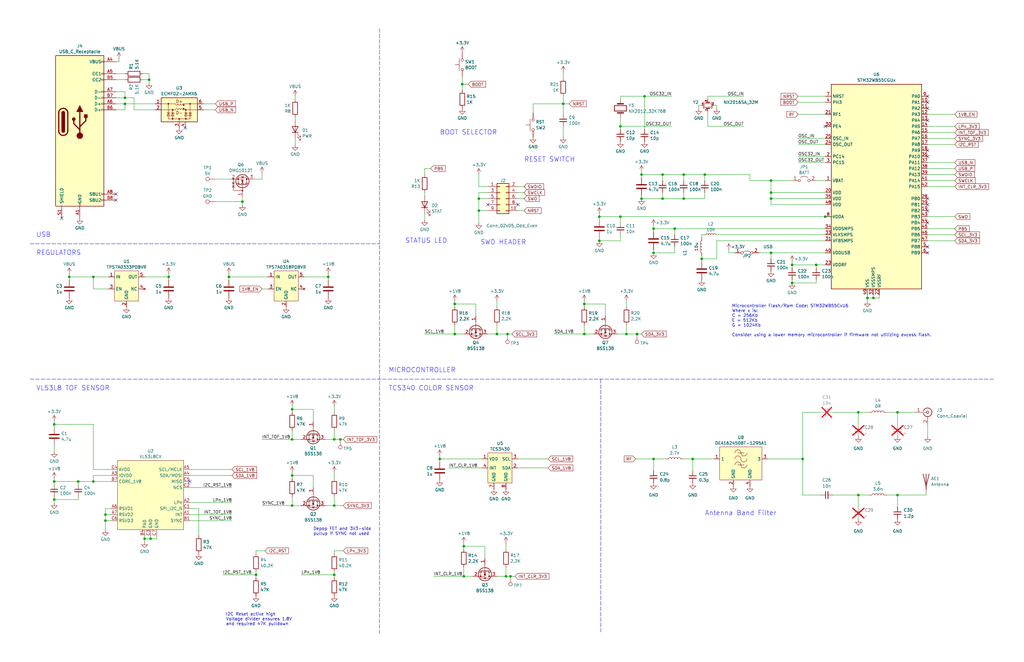
<source format=kicad_sch>
(kicad_sch (version 20230121) (generator eeschema)
  (paper "B")
  (junction (at 344.17 111.76))
  (junction (at 209.55 140.97))
  (junction (at 22.86 210.82))
  (junction (at 295.91 109.22))
  (junction (at 288.29 73.66))
  (junction (at 338.455 193.675))
  (junction (at 325.12 81.28))
  (junction (at 140.97 242.57))
  (junction (at 96.52 116.84))
  (junction (at 29.21 116.84))
  (junction (at 62.865 33.655))
  (junction (at 140.97 213.36))
  (junction (at 22.86 179.07))
  (junction (at 246.38 140.97))
  (junction (at 44.45 219.71))
  (junction (at 279.4 83.82))
  (junction (at 191.77 140.97))
  (junction (at 123.19 185.42))
  (junction (at 292.1 193.675))
  (junction (at 215.265 243.205))
  (junction (at 270.51 83.82))
  (junction (at 44.45 217.17))
  (junction (at 284.48 96.52))
  (junction (at 201.93 88.9))
  (junction (at 361.95 173.99))
  (junction (at 123.19 213.36))
  (junction (at 297.18 73.66))
  (junction (at 325.12 83.82))
  (junction (at 191.77 128.27))
  (junction (at 237.49 43.815))
  (junction (at 123.19 200.66))
  (junction (at 22.86 203.2))
  (junction (at 195.58 243.205))
  (junction (at 102.235 85.09))
  (junction (at 378.46 208.915))
  (junction (at 39.37 203.2))
  (junction (at 288.29 83.82))
  (junction (at 71.12 116.84))
  (junction (at 378.46 173.99))
  (junction (at 201.93 83.82))
  (junction (at 268.605 140.97))
  (junction (at 368.3 125.73))
  (junction (at 334.01 119.38))
  (junction (at 261.62 91.44))
  (junction (at 347.98 91.44))
  (junction (at 275.59 96.52))
  (junction (at 275.59 193.675))
  (junction (at 279.4 73.66))
  (junction (at 33.02 203.2))
  (junction (at 361.95 208.915))
  (junction (at 271.78 40.64))
  (junction (at 334.01 111.76))
  (junction (at 52.705 43.815))
  (junction (at 325.12 106.68))
  (junction (at 107.95 242.57))
  (junction (at 252.73 91.44))
  (junction (at 246.38 128.27))
  (junction (at 270.51 73.66))
  (junction (at 140.97 185.42))
  (junction (at 123.19 172.72))
  (junction (at 63.5 227.33))
  (junction (at 138.43 116.84))
  (junction (at 143.51 185.42))
  (junction (at 213.36 243.205))
  (junction (at 60.96 227.33))
  (junction (at 325.12 76.2))
  (junction (at 194.945 35.56))
  (junction (at 275.59 106.68))
  (junction (at 264.16 140.97))
  (junction (at 261.62 53.34))
  (junction (at 213.995 140.97))
  (junction (at 252.73 101.6))
  (junction (at 185.42 193.675))
  (junction (at 365.76 125.73))
  (junction (at 195.58 230.505))
  (junction (at 39.37 116.84))
  (junction (at 52.705 41.275))
  (no_connect (at 391.16 45.72))
  (no_connect (at 391.16 104.14))
  (no_connect (at 347.98 53.34))
  (no_connect (at 80.01 203.2))
  (no_connect (at 391.16 66.04))
  (no_connect (at 218.44 86.36))
  (no_connect (at 391.16 88.9))
  (no_connect (at 391.16 86.36))
  (no_connect (at 391.16 106.68))
  (no_connect (at 26.035 92.075))
  (no_connect (at 391.16 93.98))
  (no_connect (at 391.16 83.82))
  (no_connect (at 391.16 63.5))
  (no_connect (at 391.16 50.8))
  (no_connect (at 205.74 86.36))
  (no_connect (at 391.16 43.18))
  (no_connect (at 391.16 40.64))
  (no_connect (at 78.105 53.975))
  (no_connect (at 48.895 84.455))
  (no_connect (at 48.895 81.915))
  (wire (pts (xy 215.265 243.205) (xy 217.17 243.205)))
  (wire (pts (xy 93.98 242.57) (xy 107.95 242.57)))
  (wire (pts (xy 338.455 173.99) (xy 338.455 193.675)))
  (wire (pts (xy 194.945 35.56) (xy 194.945 38.1)))
  (wire (pts (xy 110.49 75.565) (xy 110.49 73.025)))
  (wire (pts (xy 29.21 115.57) (xy 29.21 116.84)))
  (wire (pts (xy 179.07 73.66) (xy 179.07 71.12)))
  (wire (pts (xy 204.47 230.505) (xy 195.58 230.505)))
  (wire (pts (xy 46.99 214.63) (xy 44.45 214.63)))
  (wire (pts (xy 96.52 116.84) (xy 96.52 118.11)))
  (wire (pts (xy 22.86 212.09) (xy 22.86 210.82)))
  (wire (pts (xy 336.55 43.18) (xy 347.98 43.18)))
  (wire (pts (xy 48.895 41.275) (xy 52.705 41.275)))
  (wire (pts (xy 325.12 106.68) (xy 325.12 109.22)))
  (wire (pts (xy 205.74 140.97) (xy 209.55 140.97)))
  (wire (pts (xy 33.02 210.82) (xy 22.86 210.82)))
  (wire (pts (xy 279.4 73.66) (xy 288.29 73.66)))
  (wire (pts (xy 218.44 193.675) (xy 231.14 193.675)))
  (wire (pts (xy 218.44 78.74) (xy 220.98 78.74)))
  (wire (pts (xy 80.01 205.74) (xy 97.79 205.74)))
  (wire (pts (xy 338.455 208.915) (xy 346.075 208.915)))
  (wire (pts (xy 85.725 46.355) (xy 90.805 46.355)))
  (wire (pts (xy 391.16 68.58) (xy 402.59 68.58)))
  (wire (pts (xy 307.34 106.68) (xy 309.88 106.68)))
  (wire (pts (xy 48.895 31.115) (xy 52.705 31.115)))
  (wire (pts (xy 338.455 193.675) (xy 338.455 208.915)))
  (wire (pts (xy 295.91 99.06) (xy 295.91 100.33)))
  (wire (pts (xy 204.47 235.585) (xy 204.47 230.505)))
  (wire (pts (xy 60.325 33.655) (xy 62.865 33.655)))
  (wire (pts (xy 295.91 109.22) (xy 302.26 109.22)))
  (wire (pts (xy 298.45 46.99) (xy 298.45 53.34)))
  (wire (pts (xy 209.55 140.97) (xy 209.55 137.16)))
  (wire (pts (xy 179.07 140.97) (xy 191.77 140.97)))
  (wire (pts (xy 63.5 227.33) (xy 66.04 227.33)))
  (wire (pts (xy 22.86 203.2) (xy 22.86 204.47)))
  (wire (pts (xy 378.46 208.915) (xy 390.525 208.915)))
  (wire (pts (xy 110.49 213.36) (xy 123.19 213.36)))
  (wire (pts (xy 194.945 32.385) (xy 194.945 35.56)))
  (wire (pts (xy 123.19 171.45) (xy 123.19 172.72)))
  (wire (pts (xy 346.075 173.99) (xy 338.455 173.99)))
  (polyline (pts (xy 12.7 102.87) (xy 160.02 102.87)) (stroke (width 0) (type dash)))
  (wire (pts (xy 261.62 99.06) (xy 261.62 101.6)))
  (wire (pts (xy 237.49 43.815) (xy 224.79 43.815)))
  (wire (pts (xy 39.37 200.66) (xy 39.37 203.2)))
  (wire (pts (xy 213.36 243.205) (xy 213.36 239.395)))
  (wire (pts (xy 132.08 200.66) (xy 123.19 200.66)))
  (wire (pts (xy 107.95 233.68) (xy 107.95 232.41)))
  (wire (pts (xy 143.51 185.42) (xy 144.78 185.42)))
  (wire (pts (xy 391.16 48.26) (xy 402.59 48.26)))
  (wire (pts (xy 44.45 219.71) (xy 44.45 223.52)))
  (wire (pts (xy 60.96 227.33) (xy 63.5 227.33)))
  (wire (pts (xy 140.97 213.36) (xy 140.97 209.55)))
  (wire (pts (xy 292.1 193.675) (xy 292.1 198.755)))
  (wire (pts (xy 80.01 219.71) (xy 97.79 219.71)))
  (wire (pts (xy 361.95 173.99) (xy 366.395 173.99)))
  (wire (pts (xy 374.015 173.99) (xy 378.46 173.99)))
  (wire (pts (xy 205.74 78.74) (xy 201.93 78.74)))
  (wire (pts (xy 201.93 78.74) (xy 201.93 73.66)))
  (wire (pts (xy 185.42 193.675) (xy 203.2 193.675)))
  (wire (pts (xy 302.26 44.45) (xy 302.26 45.72)))
  (wire (pts (xy 29.21 116.84) (xy 29.21 118.11)))
  (wire (pts (xy 107.95 232.41) (xy 111.76 232.41)))
  (wire (pts (xy 123.19 213.36) (xy 127 213.36)))
  (wire (pts (xy 124.46 58.42) (xy 124.46 60.96)))
  (wire (pts (xy 66.04 227.33) (xy 66.04 226.06)))
  (wire (pts (xy 33.02 203.2) (xy 39.37 203.2)))
  (wire (pts (xy 185.42 193.675) (xy 185.42 194.945)))
  (wire (pts (xy 325.12 86.36) (xy 347.98 86.36)))
  (wire (pts (xy 284.48 96.52) (xy 347.98 96.52)))
  (wire (pts (xy 361.95 208.915) (xy 366.395 208.915)))
  (wire (pts (xy 90.805 85.09) (xy 102.235 85.09)))
  (wire (pts (xy 237.49 53.34) (xy 237.49 57.785)))
  (wire (pts (xy 123.19 181.61) (xy 123.19 185.42)))
  (wire (pts (xy 62.865 31.115) (xy 62.865 33.655)))
  (wire (pts (xy 325.12 81.28) (xy 325.12 83.82)))
  (wire (pts (xy 179.07 90.17) (xy 179.07 92.71)))
  (wire (pts (xy 261.62 49.53) (xy 261.62 53.34)))
  (wire (pts (xy 334.01 113.03) (xy 334.01 111.76)))
  (wire (pts (xy 218.44 197.485) (xy 231.14 197.485)))
  (wire (pts (xy 194.945 35.56) (xy 197.485 35.56)))
  (wire (pts (xy 246.38 140.97) (xy 250.19 140.97)))
  (wire (pts (xy 334.01 118.11) (xy 334.01 119.38)))
  (wire (pts (xy 391.16 71.12) (xy 402.59 71.12)))
  (wire (pts (xy 179.07 81.28) (xy 179.07 82.55)))
  (wire (pts (xy 261.62 53.34) (xy 261.62 54.61)))
  (wire (pts (xy 182.88 243.205) (xy 195.58 243.205)))
  (wire (pts (xy 60.96 227.33) (xy 60.96 228.6)))
  (wire (pts (xy 140.97 185.42) (xy 143.51 185.42)))
  (wire (pts (xy 191.77 128.27) (xy 191.77 129.54)))
  (wire (pts (xy 325.12 81.28) (xy 347.98 81.28)))
  (wire (pts (xy 209.55 140.97) (xy 213.995 140.97)))
  (wire (pts (xy 297.18 83.82) (xy 297.18 81.28)))
  (wire (pts (xy 295.91 109.22) (xy 295.91 110.49)))
  (wire (pts (xy 246.38 137.16) (xy 246.38 140.97)))
  (wire (pts (xy 325.12 83.82) (xy 325.12 86.36)))
  (wire (pts (xy 237.49 43.815) (xy 237.49 48.26)))
  (wire (pts (xy 107.95 242.57) (xy 107.95 241.3)))
  (wire (pts (xy 391.16 58.42) (xy 402.59 58.42)))
  (wire (pts (xy 39.37 116.84) (xy 45.72 116.84)))
  (wire (pts (xy 102.235 85.09) (xy 102.235 83.185)))
  (wire (pts (xy 344.17 119.38) (xy 344.17 118.11)))
  (wire (pts (xy 102.235 85.09) (xy 102.235 86.36)))
  (wire (pts (xy 56.515 46.355) (xy 65.405 46.355)))
  (wire (pts (xy 22.86 201.93) (xy 22.86 203.2)))
  (wire (pts (xy 391.16 78.74) (xy 402.59 78.74)))
  (wire (pts (xy 123.19 209.55) (xy 123.19 213.36)))
  (wire (pts (xy 261.62 40.64) (xy 271.78 40.64)))
  (wire (pts (xy 140.97 213.36) (xy 144.78 213.36)))
  (wire (pts (xy 90.805 75.565) (xy 97.155 75.565)))
  (wire (pts (xy 365.76 124.46) (xy 365.76 125.73)))
  (wire (pts (xy 22.86 179.07) (xy 22.86 180.34)))
  (wire (pts (xy 336.55 48.26) (xy 347.98 48.26)))
  (wire (pts (xy 137.16 213.36) (xy 140.97 213.36)))
  (wire (pts (xy 140.97 185.42) (xy 140.97 181.61)))
  (wire (pts (xy 52.705 41.275) (xy 56.515 41.275)))
  (wire (pts (xy 255.27 128.27) (xy 246.38 128.27)))
  (wire (pts (xy 288.29 83.82) (xy 288.29 81.28)))
  (wire (pts (xy 39.37 121.92) (xy 39.37 116.84)))
  (wire (pts (xy 140.97 233.68) (xy 140.97 232.41)))
  (wire (pts (xy 137.16 185.42) (xy 140.97 185.42)))
  (wire (pts (xy 264.16 140.97) (xy 268.605 140.97)))
  (wire (pts (xy 275.59 96.52) (xy 284.48 96.52)))
  (wire (pts (xy 279.4 83.82) (xy 288.29 83.82)))
  (wire (pts (xy 261.62 91.44) (xy 347.98 91.44)))
  (wire (pts (xy 83.82 214.63) (xy 83.82 226.06)))
  (wire (pts (xy 218.44 88.9) (xy 220.98 88.9)))
  (wire (pts (xy 71.12 115.57) (xy 71.12 116.84)))
  (wire (pts (xy 275.59 95.25) (xy 275.59 96.52)))
  (wire (pts (xy 365.76 125.73) (xy 368.3 125.73)))
  (wire (pts (xy 48.895 38.735) (xy 52.705 38.735)))
  (wire (pts (xy 368.3 125.73) (xy 370.84 125.73)))
  (wire (pts (xy 391.16 96.52) (xy 402.59 96.52)))
  (wire (pts (xy 294.64 44.45) (xy 294.64 45.72)))
  (wire (pts (xy 347.98 111.76) (xy 344.17 111.76)))
  (wire (pts (xy 279.4 83.82) (xy 279.4 81.28)))
  (wire (pts (xy 52.705 43.815) (xy 52.705 46.355)))
  (wire (pts (xy 52.705 46.355) (xy 48.895 46.355)))
  (wire (pts (xy 138.43 115.57) (xy 138.43 116.84)))
  (wire (pts (xy 378.46 173.99) (xy 386.08 173.99)))
  (wire (pts (xy 264.16 140.97) (xy 264.16 137.16)))
  (wire (pts (xy 260.35 140.97) (xy 264.16 140.97)))
  (wire (pts (xy 391.16 53.34) (xy 402.59 53.34)))
  (wire (pts (xy 107.95 242.57) (xy 107.95 243.84)))
  (wire (pts (xy 351.155 208.915) (xy 361.95 208.915)))
  (wire (pts (xy 288.29 73.66) (xy 297.18 73.66)))
  (wire (pts (xy 50.165 26.035) (xy 50.165 24.765)))
  (wire (pts (xy 213.36 229.235) (xy 213.36 231.775)))
  (wire (pts (xy 22.86 190.5) (xy 22.86 187.96)))
  (wire (pts (xy 264.16 127) (xy 264.16 129.54)))
  (wire (pts (xy 185.42 192.405) (xy 185.42 193.675)))
  (wire (pts (xy 195.58 243.205) (xy 199.39 243.205)))
  (wire (pts (xy 237.49 43.815) (xy 240.03 43.815)))
  (wire (pts (xy 347.98 91.44) (xy 351.79 91.44)))
  (wire (pts (xy 201.93 93.98) (xy 201.93 88.9)))
  (wire (pts (xy 302.26 109.22) (xy 302.26 101.6)))
  (wire (pts (xy 80.01 214.63) (xy 83.82 214.63)))
  (wire (pts (xy 80.01 200.66) (xy 97.79 200.66)))
  (wire (pts (xy 268.605 140.97) (xy 270.51 140.97)))
  (wire (pts (xy 123.19 185.42) (xy 127 185.42)))
  (wire (pts (xy 201.93 83.82) (xy 201.93 81.28)))
  (wire (pts (xy 261.62 91.44) (xy 261.62 93.98)))
  (wire (pts (xy 124.46 49.53) (xy 124.46 50.8)))
  (wire (pts (xy 288.29 193.675) (xy 292.1 193.675)))
  (wire (pts (xy 128.27 116.84) (xy 138.43 116.84)))
  (wire (pts (xy 44.45 217.17) (xy 46.99 217.17)))
  (wire (pts (xy 370.84 125.73) (xy 370.84 124.46)))
  (wire (pts (xy 391.16 55.88) (xy 402.59 55.88)))
  (wire (pts (xy 334.01 119.38) (xy 344.17 119.38)))
  (wire (pts (xy 378.46 208.915) (xy 378.46 213.995)))
  (wire (pts (xy 62.865 33.655) (xy 62.865 34.925)))
  (wire (pts (xy 302.26 101.6) (xy 347.98 101.6)))
  (wire (pts (xy 195.58 230.505) (xy 195.58 231.775)))
  (wire (pts (xy 44.45 217.17) (xy 44.45 219.71)))
  (wire (pts (xy 292.1 193.675) (xy 300.99 193.675)))
  (wire (pts (xy 191.77 127) (xy 191.77 128.27)))
  (wire (pts (xy 52.705 38.735) (xy 52.705 41.275)))
  (wire (pts (xy 60.325 31.115) (xy 62.865 31.115)))
  (wire (pts (xy 209.55 243.205) (xy 213.36 243.205)))
  (wire (pts (xy 365.76 125.73) (xy 365.76 127)))
  (wire (pts (xy 336.55 66.04) (xy 347.98 66.04)))
  (wire (pts (xy 368.3 124.46) (xy 368.3 125.73)))
  (wire (pts (xy 252.73 100.33) (xy 252.73 101.6)))
  (wire (pts (xy 270.51 73.66) (xy 270.51 72.39)))
  (wire (pts (xy 96.52 115.57) (xy 96.52 116.84)))
  (wire (pts (xy 252.73 90.17) (xy 252.73 91.44)))
  (wire (pts (xy 209.55 127) (xy 209.55 129.54)))
  (polyline (pts (xy 253.365 160.02) (xy 253.365 266.7)) (stroke (width 0) (type dash)))
  (wire (pts (xy 22.86 203.2) (xy 33.02 203.2)))
  (wire (pts (xy 179.07 71.12) (xy 181.61 71.12)))
  (wire (pts (xy 295.91 44.45) (xy 294.64 44.45)))
  (wire (pts (xy 300.99 44.45) (xy 302.26 44.45)))
  (wire (pts (xy 391.16 99.06) (xy 402.59 99.06)))
  (wire (pts (xy 336.55 40.64) (xy 347.98 40.64)))
  (wire (pts (xy 297.18 73.66) (xy 297.18 76.2)))
  (wire (pts (xy 132.08 172.72) (xy 123.19 172.72)))
  (wire (pts (xy 39.37 203.2) (xy 46.99 203.2)))
  (wire (pts (xy 374.015 208.915) (xy 378.46 208.915)))
  (wire (pts (xy 140.97 199.39) (xy 140.97 201.93)))
  (wire (pts (xy 140.97 242.57) (xy 140.97 241.3)))
  (wire (pts (xy 96.52 116.84) (xy 113.03 116.84)))
  (wire (pts (xy 201.93 81.28) (xy 205.74 81.28)))
  (wire (pts (xy 255.27 133.35) (xy 255.27 128.27)))
  (wire (pts (xy 80.01 217.17) (xy 97.79 217.17)))
  (wire (pts (xy 284.48 96.52) (xy 284.48 99.06)))
  (wire (pts (xy 320.04 106.68) (xy 325.12 106.68)))
  (wire (pts (xy 52.705 43.815) (xy 65.405 43.815)))
  (wire (pts (xy 344.17 111.76) (xy 344.17 113.03)))
  (wire (pts (xy 297.18 73.66) (xy 316.23 73.66)))
  (wire (pts (xy 237.49 30.48) (xy 237.49 33.02)))
  (wire (pts (xy 44.45 219.71) (xy 46.99 219.71)))
  (wire (pts (xy 336.55 68.58) (xy 347.98 68.58)))
  (wire (pts (xy 391.16 91.44) (xy 402.59 91.44)))
  (wire (pts (xy 275.59 193.675) (xy 275.59 198.755)))
  (wire (pts (xy 140.97 171.45) (xy 140.97 173.99)))
  (wire (pts (xy 252.73 91.44) (xy 261.62 91.44)))
  (wire (pts (xy 33.02 209.55) (xy 33.02 210.82)))
  (wire (pts (xy 284.48 104.14) (xy 284.48 106.68)))
  (wire (pts (xy 325.12 83.82) (xy 347.98 83.82)))
  (wire (pts (xy 302.26 99.06) (xy 347.98 99.06)))
  (wire (pts (xy 85.725 43.815) (xy 90.805 43.815)))
  (wire (pts (xy 71.12 116.84) (xy 71.12 118.11)))
  (wire (pts (xy 270.51 82.55) (xy 270.51 83.82)))
  (wire (pts (xy 391.16 60.96) (xy 402.59 60.96)))
  (wire (pts (xy 270.51 73.66) (xy 279.4 73.66)))
  (wire (pts (xy 334.01 111.76) (xy 344.17 111.76)))
  (wire (pts (xy 191.77 137.16) (xy 191.77 140.97)))
  (wire (pts (xy 298.45 41.91) (xy 298.45 40.64)))
  (wire (pts (xy 246.38 128.27) (xy 246.38 129.54)))
  (wire (pts (xy 271.78 40.64) (xy 271.78 54.61)))
  (wire (pts (xy 252.73 92.71) (xy 252.73 91.44)))
  (wire (pts (xy 261.62 41.91) (xy 261.62 40.64)))
  (wire (pts (xy 45.72 121.92) (xy 39.37 121.92)))
  (wire (pts (xy 48.895 26.035) (xy 50.165 26.035)))
  (wire (pts (xy 316.23 76.2) (xy 325.12 76.2)))
  (wire (pts (xy 325.12 76.2) (xy 325.12 81.28)))
  (wire (pts (xy 351.155 173.99) (xy 361.95 173.99)))
  (wire (pts (xy 195.58 229.235) (xy 195.58 230.505)))
  (wire (pts (xy 261.62 53.34) (xy 283.21 53.34)))
  (wire (pts (xy 123.19 200.66) (xy 123.19 201.93)))
  (wire (pts (xy 275.59 106.68) (xy 284.48 106.68)))
  (wire (pts (xy 275.59 96.52) (xy 275.59 97.79)))
  (wire (pts (xy 56.515 41.275) (xy 56.515 46.355)))
  (wire (pts (xy 361.95 173.99) (xy 361.95 179.07)))
  (wire (pts (xy 123.19 199.39) (xy 123.19 200.66)))
  (wire (pts (xy 140.97 232.41) (xy 144.78 232.41)))
  (wire (pts (xy 22.86 210.82) (xy 22.86 209.55)))
  (wire (pts (xy 213.995 140.97) (xy 215.9 140.97)))
  (wire (pts (xy 22.86 177.8) (xy 22.86 179.07)))
  (wire (pts (xy 201.93 88.9) (xy 205.74 88.9)))
  (wire (pts (xy 237.49 40.64) (xy 237.49 43.815)))
  (wire (pts (xy 80.01 198.12) (xy 97.79 198.12)))
  (wire (pts (xy 279.4 73.66) (xy 279.4 76.2)))
  (wire (pts (xy 288.29 83.82) (xy 297.18 83.82)))
  (wire (pts (xy 218.44 81.28) (xy 220.98 81.28)))
  (wire (pts (xy 110.49 121.92) (xy 113.03 121.92)))
  (wire (pts (xy 124.46 40.64) (xy 124.46 41.91)))
  (wire (pts (xy 391.16 73.66) (xy 402.59 73.66)))
  (wire (pts (xy 80.01 212.09) (xy 97.79 212.09)))
  (wire (pts (xy 107.315 75.565) (xy 110.49 75.565)))
  (wire (pts (xy 336.55 60.96) (xy 347.98 60.96)))
  (wire (pts (xy 46.99 200.66) (xy 39.37 200.66)))
  (wire (pts (xy 336.55 58.42) (xy 347.98 58.42)))
  (wire (pts (xy 270.51 74.93) (xy 270.51 73.66)))
  (wire (pts (xy 201.93 83.82) (xy 205.74 83.82)))
  (wire (pts (xy 298.45 53.34) (xy 313.69 53.34)))
  (wire (pts (xy 127 242.57) (xy 140.97 242.57)))
  (wire (pts (xy 325.12 106.68) (xy 347.98 106.68)))
  (wire (pts (xy 288.29 73.66) (xy 288.29 76.2)))
  (wire (pts (xy 33.02 203.2) (xy 33.02 204.47)))
  (wire (pts (xy 140.97 242.57) (xy 140.97 243.84)))
  (wire (pts (xy 344.17 76.2) (xy 347.98 76.2)))
  (wire (pts (xy 316.23 73.66) (xy 316.23 76.2)))
  (wire (pts (xy 110.49 185.42) (xy 123.19 185.42)))
  (wire (pts (xy 391.16 101.6) (xy 402.59 101.6)))
  (wire (pts (xy 334.01 110.49) (xy 334.01 111.76)))
  (wire (pts (xy 246.38 127) (xy 246.38 128.27)))
  (wire (pts (xy 325.12 76.2) (xy 334.01 76.2)))
  (wire (pts (xy 224.79 43.815) (xy 224.79 47.625)))
  (wire (pts (xy 195.58 239.395) (xy 195.58 243.205)))
  (wire (pts (xy 132.08 205.74) (xy 132.08 200.66)))
  (wire (pts (xy 44.45 214.63) (xy 44.45 217.17)))
  (wire (pts (xy 323.85 193.675) (xy 338.455 193.675)))
  (wire (pts (xy 189.23 197.485) (xy 203.2 197.485)))
  (polyline (pts (xy 160.02 12.065) (xy 160.02 267.335)) (stroke (width 0) (type dash)))
  (wire (pts (xy 201.93 88.9) (xy 201.93 83.82)))
  (wire (pts (xy 271.78 40.64) (xy 283.21 40.64)))
  (wire (pts (xy 132.08 177.8) (xy 132.08 172.72)))
  (wire (pts (xy 307.34 105.41) (xy 307.34 106.68)))
  (wire (pts (xy 213.36 243.205) (xy 215.265 243.205)))
  (wire (pts (xy 297.18 99.06) (xy 295.91 99.06)))
  (wire (pts (xy 267.97 193.675) (xy 275.59 193.675)))
  (wire (pts (xy 295.91 107.95) (xy 295.91 109.22)))
  (wire (pts (xy 233.68 140.97) (xy 246.38 140.97)))
  (wire (pts (xy 123.19 172.72) (xy 123.19 173.99)))
  (wire (pts (xy 60.96 226.06) (xy 60.96 227.33)))
  (wire (pts (xy 275.59 105.41) (xy 275.59 106.68)))
  (wire (pts (xy 39.37 179.07) (xy 39.37 198.12)))
  (wire (pts (xy 191.77 140.97) (xy 195.58 140.97)))
  (wire (pts (xy 390.525 208.915) (xy 390.525 207.645)))
  (wire (pts (xy 63.5 226.06) (xy 63.5 227.33)))
  (wire (pts (xy 218.44 83.82) (xy 220.98 83.82)))
  (wire (pts (xy 138.43 116.84) (xy 138.43 118.11)))
  (wire (pts (xy 48.895 43.815) (xy 52.705 43.815)))
  (wire (pts (xy 29.21 116.84) (xy 39.37 116.84)))
  (wire (pts (xy 378.46 173.99) (xy 378.46 179.07)))
  (polyline (pts (xy 12.7 160.02) (xy 419.1 160.02)) (stroke (width 0) (type dash)))
  (wire (pts (xy 48.895 33.655) (xy 52.705 33.655)))
  (wire (pts (xy 60.96 116.84) (xy 71.12 116.84)))
  (wire (pts (xy 22.86 179.07) (xy 39.37 179.07)))
  (wire (pts (xy 298.45 40.64) (xy 313.69 40.64)))
  (wire (pts (xy 200.66 128.27) (xy 191.77 128.27)))
  (wire (pts (xy 200.66 133.35) (xy 200.66 128.27)))
  (wire (pts (xy 275.59 193.675) (xy 280.67 193.675)))
  (wire (pts (xy 270.51 83.82) (xy 279.4 83.82)))
  (wire (pts (xy 391.16 179.07) (xy 391.16 184.15)))
  (wire (pts (xy 252.73 101.6) (xy 261.62 101.6)))
  (wire (pts (xy 391.16 76.2) (xy 402.59 76.2)))
  (wire (pts (xy 361.95 208.915) (xy 361.95 213.995)))
  (wire (pts (xy 39.37 198.12) (xy 46.99 198.12)))
  (text "USB\n" (at 15.24 100.33 0) (effects (font (size 2 2)) (justify left bottom)))
  (text "STATUS LED" (at 170.815 102.87 0) (effects (font (size 2 2)) (justify left bottom)))
  (text "TCS340 COLOR SENSOR" (at 163.83 165.1 0) (effects (font (size 2 2)) (justify left bottom)))
  (text "Depop FET and 3V3-side \npullup if SYNC not used" (at 132.08 226.06 0) (effects (font (size 1.27 1.27)) (justify left bottom)))
  (text "VL53L8 TOF SENSOR" (at 15.24 165.1 0) (effects (font (size 2 2)) (justify left bottom)))
  (text "BOOT SELECTOR" (at 185.42 57.15 0) (effects (font (size 2 2)) (justify left bottom)))
  (text "Microcontroller Flash/Ram Code: STM32WB55CxU6\nWhere x is:\nC = 256Kb\nE = 512Kb\nG = 1024Kb\n\nConsider using a lower memory microcontroller if firmware not utilizing excess flash." (at 308.61 142.24 0) (effects (font (size 1.27 1.27)) (justify left bottom)))
  (text "REGULATORS" (at 15.24 107.95 0) (effects (font (size 2 2)) (justify left bottom)))
  (text "Antenna Band Filter" (at 297.18 217.805 0) (effects (font (size 2 2)) (justify left bottom)))
  (text "SWD HEADER" (at 202.565 103.505 0) (effects (font (size 2 2)) (justify left bottom)))
  (text "I2C Reset active high\nVoltage divider ensures 1.8V\nand required 47K pulldown" (at 95.25 264.16 0) (effects (font (size 1.27 1.27)) (justify left bottom)))
  (text "RESET SWITCH" (at 220.98 68.58 0) (effects (font (size 2 2)) (justify left bottom)))
  (text "MICROCONTROLLER" (at 163.83 157.48 0) (effects (font (size 2 2)) (justify left bottom)))
  (label "INT_CLR_1V8" (at 189.23 197.485 0))
  (label "INT_CLR_1V8" (at 182.88 243.205 0))
  (label "OSC32_IN" (at 336.55 66.04 0))
  (label "OSC_IN" (at 336.55 58.42 0))
  (label "I2C_RST_1V8" (at 93.98 242.57 0))
  (label "INT_TOF_1V8" (at 110.49 185.42 0))
  (label "OSC_OUT" (at 336.55 60.96 0))
  (label "OSC_IN" (at 313.69 40.64 180))
  (label "LPn_1V8" (at 127 242.57 0))
  (label "OSC32_OUT" (at 336.55 68.58 0))
  (label "SDA_1V8" (at 233.68 140.97 0))
  (label "LPn_1V8" (at 97.79 212.09 180))
  (label "SYNC_1V8" (at 110.49 213.36 0))
  (label "OSC_OUT" (at 313.69 53.34 180))
  (label "INT_TOF_1V8" (at 97.79 217.17 180))
  (label "SYNC_1V8" (at 97.79 219.71 180))
  (label "OSC32_IN" (at 283.21 40.64 180))
  (label "OSC32_OUT" (at 283.21 53.34 180))
  (label "SCL_1V8" (at 179.07 140.97 0))
  (label "I2C_RST_1V8" (at 97.79 205.74 180))
  (global_label "BOOT" (shape input) (at 336.55 43.18 180) (property "Intersheetrefs" "${INTERSHEET_REFS}" (effects hide)))
  (global_label "USB_P" (shape input) (at 90.805 43.815 0) (property "Intersheetrefs" "${INTERSHEET_REFS}" (effects hide)))
  (global_label "SYNC_3V3" (shape input) (at 144.78 213.36 0) (property "Intersheetrefs" "${INTERSHEET_REFS}" (effects hide)))
  (global_label "SWCLK" (shape input) (at 220.98 81.28 0) (property "Intersheetrefs" "${INTERSHEET_REFS}" (effects hide)))
  (global_label "SCL_1V8" (shape input) (at 231.14 193.675 0) (property "Intersheetrefs" "${INTERSHEET_REFS}" (effects hide)))
  (global_label "USB_N" (shape input) (at 90.805 46.355 0) (property "Intersheetrefs" "${INTERSHEET_REFS}" (effects hide)))
  (global_label "SDA_1V8" (shape input) (at 231.14 197.485 0) (property "Intersheetrefs" "${INTERSHEET_REFS}" (effects hide)))
  (global_label "SWDIO" (shape input) (at 220.98 78.74 0) (property "Intersheetrefs" "${INTERSHEET_REFS}" (effects hide)))
  (global_label "SDA_1V8" (shape input) (at 97.79 200.66 0) (property "Intersheetrefs" "${INTERSHEET_REFS}" (effects hide)))
  (global_label "SCL_1V8" (shape input) (at 97.79 198.12 0) (property "Intersheetrefs" "${INTERSHEET_REFS}" (effects hide)))
  (global_label "RF" (shape input) (at 267.97 193.675 180) (property "Intersheetrefs" "${INTERSHEET_REFS}" (effects hide)))
  (global_label "SCL_3V3" (shape input) (at 402.59 99.06 0) (property "Intersheetrefs" "${INTERSHEET_REFS}" (effects hide)))
  (global_label "SCL_3V3" (shape input) (at 215.9 140.97 0) (property "Intersheetrefs" "${INTERSHEET_REFS}" (effects hide)))
  (global_label "SYNC_3V3" (shape input) (at 402.59 58.42 0) (property "Intersheetrefs" "${INTERSHEET_REFS}" (effects hide)))
  (global_label "USB_N" (shape input) (at 402.59 68.58 0) (property "Intersheetrefs" "${INTERSHEET_REFS}" (effects hide)))
  (global_label "INT_CLR_3V3" (shape input) (at 217.17 243.205 0) (property "Intersheetrefs" "${INTERSHEET_REFS}" (effects hide)))
  (global_label "1V8_EN" (shape input) (at 402.59 48.26 0) (property "Intersheetrefs" "${INTERSHEET_REFS}" (effects hide)))
  (global_label "INT_TOF_3V3" (shape input) (at 144.78 185.42 0) (property "Intersheetrefs" "${INTERSHEET_REFS}" (effects hide)))
  (global_label "LPn_3V3" (shape input) (at 402.59 53.34 0) (property "Intersheetrefs" "${INTERSHEET_REFS}" (effects hide)))
  (global_label "BOOT" (shape input) (at 197.485 35.56 0) (property "Intersheetrefs" "${INTERSHEET_REFS}" (effects hide)))
  (global_label "SWO" (shape input) (at 220.98 83.82 0) (property "Intersheetrefs" "${INTERSHEET_REFS}" (effects hide)))
  (global_label "SWCLK" (shape input) (at 402.59 76.2 0) (property "Intersheetrefs" "${INTERSHEET_REFS}" (effects hide)))
  (global_label "LPn_3V3" (shape input) (at 144.78 232.41 0) (property "Intersheetrefs" "${INTERSHEET_REFS}" (effects hide)))
  (global_label "PB5" (shape input) (at 402.59 96.52 0) (property "Intersheetrefs" "${INTERSHEET_REFS}" (effects hide)))
  (global_label "INT_CLR_3V3" (shape input) (at 402.59 78.74 0) (property "Intersheetrefs" "${INTERSHEET_REFS}" (effects hide)))
  (global_label "RF" (shape input) (at 336.55 48.26 180) (property "Intersheetrefs" "${INTERSHEET_REFS}" (effects hide)))
  (global_label "SDA_3V3" (shape input) (at 270.51 140.97 0) (property "Intersheetrefs" "${INTERSHEET_REFS}" (effects hide)))
  (global_label "NRST" (shape input) (at 336.55 40.64 180) (property "Intersheetrefs" "${INTERSHEET_REFS}" (effects hide)))
  (global_label "INT_TOF_3V3" (shape input) (at 402.59 55.88 0) (property "Intersheetrefs" "${INTERSHEET_REFS}" (effects hide)))
  (global_label "I2C_RST" (shape input) (at 402.59 60.96 0) (property "Intersheetrefs" "${INTERSHEET_REFS}" (effects hide)))
  (global_label "1V8_EN" (shape input) (at 110.49 121.92 180) (property "Intersheetrefs" "${INTERSHEET_REFS}" (effects hide)))
  (global_label "SWDIO" (shape input) (at 402.59 73.66 0) (property "Intersheetrefs" "${INTERSHEET_REFS}" (effects hide)))
  (global_label "USB_P" (shape input) (at 402.59 71.12 0) (property "Intersheetrefs" "${INTERSHEET_REFS}" (effects hide)))
  (global_label "I2C_RST" (shape input) (at 111.76 232.41 0) (property "Intersheetrefs" "${INTERSHEET_REFS}" (effects hide)))
  (global_label "NRST" (shape input) (at 220.98 88.9 0) (property "Intersheetrefs" "${INTERSHEET_REFS}" (effects hide)))
  (global_label "SDA_3V3" (shape input) (at 402.59 101.6 0) (property "Intersheetrefs" "${INTERSHEET_REFS}" (effects hide)))
  (global_label "NRST" (shape input) (at 240.03 43.815 0) (property "Intersheetrefs" "${INTERSHEET_REFS}" (effects hide)))
  (global_label "PB5" (shape input) (at 181.61 71.12 0) (property "Intersheetrefs" "${INTERSHEET_REFS}" (effects hide)))
  (global_label "SWO" (shape input) (at 402.59 91.44 0) (property "Intersheetrefs" "${INTERSHEET_REFS}" (effects hide)))
  (symbol (lib_id "Device:C") (at 185.42 198.755 0) (mirror y) (unit 1)
    (property "Reference" "C8" (at 182.499 197.5429 0) (effects (justify left)))
    (property "Value" "1u" (at 182.499 199.9671 0) (effects (justify left)))
    (property "Footprint" "Capacitor_SMD:C_0402_1005Metric" (effects hide))
    (property "Digikey Link" "https://www.digikey.com/en/products/detail/samsung-electro-mechanics/CL05A105KP5NNNC/3886734" (effects hide))
    (property "Part #" "CL05A105KP5NNNC" (effects hide))
  )
  (symbol (lib_id "Device:C") (at 22.86 184.15 0) (unit 1)
    (property "Reference" "C1" (at 25.781 182.9379 0) (effects (justify left)))
    (property "Value" "4.7u" (at 25.781 185.3621 0) (effects (justify left)))
    (property "Footprint" "Capacitor_SMD:C_0402_1005Metric" (effects hide))
    (property "Digikey Link" "https://www.digikey.com/en/products/detail/samsung-electro-mechanics/CL05A475MP5NRNC/3887140" (effects hide))
    (property "Part #" "CL05A475MP5NRNC" (effects hide))
  )
  (symbol (lib_id "Transistor_FET:DMG1012T") (at 102.235 78.105 270) (mirror x) (unit 1)
    (property "Reference" "Q6" (at 101.5365 69.5157 90))
    (property "Value" "DMG1012T" (at 101.5365 71.9399 90))
    (property "Footprint" "Package_TO_SOT_SMD:SOT-523" (effects hide))
    (property "Datasheet" "https://www.diodes.com/assets/Datasheets/ds31783.pdf" (effects hide))
    (property "Digikey Link" "https://www.digikey.com/en/products/detail/diodes-incorporated/DMG1012T-7/2174582" (effects hide))
    (property "Part #" "DMG1012T-7" (effects hide))
  )
  (symbol (lib_id "Device:R") (at 107.95 237.49 0) (unit 1)
    (property "Reference" "R4" (at 109.728 236.2779 0) (effects (justify left)))
    (property "Value" "40.2K" (at 109.728 238.7021 0) (effects (justify left)))
    (property "Footprint" "Resistor_SMD:R_0402_1005Metric" (effects hide))
    (property "Digikey Link" "https://www.digikey.com/en/products/detail/yageo/RC0402FR-1340K2L/16982167" (effects hide))
    (property "Part #" "RC0402FR-1340K2L" (effects hide))
  )
  (symbol (lib_id "Device:C_Small") (at 237.49 50.8 0) (unit 1)
    (property "Reference" "C9" (at 239.8141 49.5942 0) (effects (justify left)))
    (property "Value" "100n" (at 239.8141 52.0184 0) (effects (justify left)))
    (property "Footprint" "Capacitor_SMD:C_0402_1005Metric" (effects hide))
    (property "Digikey Link" "https://www.digikey.com/en/products/detail/samsung-electro-mechanics/CL05A104KA5NNNC/3886701" (effects hide))
    (property "Part #" "CL05A104KA5NNNC" (effects hide))
  )
  (symbol (lib_id "Device:Antenna") (at 390.525 202.565 0) (unit 1)
    (property "Reference" "AE1" (at 392.557 201.9879 0) (effects (justify left)))
    (property "Value" "Antenna" (at 392.557 204.4121 0) (effects (justify left)))
    (property "Footprint" "Occupancy_Sensor_Custom_Footprints:AN3359_Meander_Antenna" (effects hide))
    (property "Digikey Link" "-" (effects hide))
    (property "Part #" "-" (effects hide))
  )
  (symbol (lib_id "Device:R") (at 264.16 133.35 0) (unit 1)
    (property "Reference" "R20" (at 265.938 132.1379 0) (effects (justify left)))
    (property "Value" "2.2K" (at 265.938 134.5621 0) (effects (justify left)))
    (property "Footprint" "Resistor_SMD:R_0402_1005Metric" (effects hide))
    (property "Digikey Link" "https://www.digikey.com/en/products/detail/panasonic-electronic-components/ERJ-2RKF2201X/1746150" (effects hide))
    (property "Part #" "ERJ-2RKF2201X" (effects hide))
  )
  (symbol (lib_id "power:+1V8") (at 191.77 127 0) (unit 1)
    (property "Reference" "#PWR034" (effects hide))
    (property "Value" "+1V8" (at 191.77 122.8669 0))
  )
  (symbol (lib_id "Device:C") (at 138.43 121.92 0) (mirror y) (unit 1)
    (property "Reference" "C7" (at 135.509 120.7079 0) (effects (justify left)))
    (property "Value" "1u" (at 135.509 123.1321 0) (effects (justify left)))
    (property "Footprint" "Capacitor_SMD:C_0402_1005Metric" (effects hide))
    (property "Digikey Link" "https://www.digikey.com/en/products/detail/samsung-electro-mechanics/CL05A105KP5NNNC/3886734" (effects hide))
    (property "Part #" "CL05A105KP5NNNC" (effects hide))
  )
  (symbol (lib_id "Device:L_Small") (at 299.72 99.06 90) (unit 1)
    (property "Reference" "L2" (at 299.72 94.5369 90))
    (property "Value" "10n" (at 299.72 96.9611 90))
    (property "Footprint" "Inductor_SMD:L_0402_1005Metric" (effects hide))
    (property "Digikey Link" "https://www.digikey.com/en/products/detail/murata-electronics/LQG15WZ10NJ02D/6798669?s=N4IgTCBcDaIDIEUDiBGArAdQFooAwDkApXMAERAF0BfIA" (effects hide))
    (property "Part #" "LQG15WZ10NJ02D" (effects hide))
  )
  (symbol (lib_id "Device:R") (at 140.97 205.74 0) (unit 1)
    (property "Reference" "R10" (at 142.748 204.5279 0) (effects (justify left)))
    (property "Value" "47K" (at 142.748 206.9521 0) (effects (justify left)))
    (property "Footprint" "Resistor_SMD:R_0402_1005Metric" (effects hide))
    (property "Digikey Link" "https://www.digikey.com/en/products/detail/panasonic-electronic-components/ERJ-2RKF4702X/1746233" (effects hide))
    (property "Part #" "ERJ-2RKF4702X" (effects hide))
  )
  (symbol (lib_id "Device:R") (at 124.46 45.72 180) (unit 1)
    (property "Reference" "R8" (at 122.682 46.9321 0) (effects (justify left)))
    (property "Value" "1K" (at 122.682 44.5079 0) (effects (justify left)))
    (property "Footprint" "Resistor_SMD:R_0402_1005Metric" (effects hide))
    (property "Digikey Link" "https://www.digikey.com/en/products/detail/panasonic-electronic-components/ERJ-2RKF1001X/79729" (effects hide))
    (property "Part #" "ERJ-2RKF1001X" (effects hide))
  )
  (symbol (lib_id "power:GND") (at 224.79 57.785 0) (unit 1)
    (property "Reference" "#PWR074" (effects hide))
    (property "Value" "GND" (at 224.79 61.9181 0))
  )
  (symbol (lib_id "Connector_Generic:Conn_02x05_Odd_Even") (at 210.82 83.82 0) (unit 1)
    (property "Reference" "J2" (at 212.09 76.2 0))
    (property "Value" "Conn_02x05_Odd_Even" (at 215.9 95.25 0))
    (property "Footprint" "Connector_PinHeader_1.27mm:PinHeader_2x05_P1.27mm_Vertical_SMD" (effects hide))
    (property "Digikey Link" "https://www.digikey.com/en/products/detail/amphenol-cs-fci/20021121-00010C4LF/2209057" (effects hide))
    (property "Part #" "20021121-00010C4LF" (effects hide))
  )
  (symbol (lib_id "Jumper:Jumper_2_Bridged") (at 314.96 106.68 0) (unit 1)
    (property "Reference" "JP2" (at 314.96 107.95 0))
    (property "Value" "USB" (at 323.85 104.14 0))
    (property "Footprint" "Jumper:SolderJumper-2_P1.3mm_Bridged_RoundedPad1.0x1.5mm" (effects hide))
    (property "Digikey Link" "-" (effects hide))
    (property "Part #" "-" (effects hide))
  )
  (symbol (lib_id "Device:LED") (at 124.46 54.61 90) (unit 1)
    (property "Reference" "D1" (at 127.381 54.9854 90) (effects (justify right)))
    (property "Value" "PWR" (at 127.381 57.4096 90) (effects (justify right)))
    (property "Footprint" "LED_SMD:LED_0603_1608Metric" (effects hide))
    (property "Digikey Link" "https://www.digikey.com/en/products/detail/liteon/LTST-C191KRKT/386837" (effects hide))
    (property "Part #" "LTST-C191KRKT" (effects hide))
  )
  (symbol (lib_id "power:GND") (at 365.76 127 0) (unit 1)
    (property "Reference" "#PWR058" (effects hide))
    (property "Value" "GND" (at 365.76 131.1331 0))
  )
  (symbol (lib_id "power:+3.3V") (at 71.12 115.57 0) (unit 1)
    (property "Reference" "#PWR013" (effects hide))
    (property "Value" "+3.3V" (at 71.12 111.4369 0))
  )
  (symbol (lib_id "power:GND") (at 201.93 93.98 0) (unit 1)
    (property "Reference" "#PWR037" (effects hide))
    (property "Value" "GND" (at 201.93 98.1131 0))
  )
  (symbol (lib_id "Device:C") (at 275.59 101.6 0) (unit 1)
    (property "Reference" "C15" (at 278.511 100.3879 0) (effects (justify left)))
    (property "Value" "4.7u" (at 278.511 102.8121 0) (effects (justify left)))
    (property "Footprint" "Capacitor_SMD:C_0402_1005Metric" (effects hide))
    (property "Digikey Link" "https://www.digikey.com/en/products/detail/samsung-electro-mechanics/CL05A475MP5NRNC/3887140" (effects hide))
    (property "Part #" "CL05A475MP5NRNC" (effects hide))
  )
  (symbol (lib_id "power:GND") (at 361.95 184.15 0) (unit 1)
    (property "Reference" "#PWR069" (effects hide))
    (property "Value" "GND" (at 361.95 189.23 0))
  )
  (symbol (lib_id "power:GND") (at 33.655 92.075 0) (unit 1)
    (property "Reference" "#PWR07" (effects hide))
    (property "Value" "GND" (at 33.655 96.2081 0))
  )
  (symbol (lib_id "Connector:TestPoint") (at 90.805 75.565 90) (unit 1) (in_bom no)
    (property "Reference" "TP1" (at 87.503 70.7857 90))
    (property "Value" "5V" (at 87.503 73.2099 90))
    (property "Footprint" "TestPoint:TestPoint_Pad_D2.0mm" (effects hide))
    (property "Digikey Link" "-" (effects hide))
    (property "Part #" "-" (effects hide))
  )
  (symbol (lib_id "Connector:TestPoint") (at 215.265 243.205 180) (unit 1) (in_bom no)
    (property "Reference" "TP7" (at 216.535 247.1308 0) (effects (justify right)))
    (property "Value" "INTC" (effects hide))
    (property "Footprint" "TestPoint:TestPoint_Pad_D1.0mm" (effects hide))
    (property "Digikey Link" "-" (effects hide))
    (property "Part #" "-" (effects hide))
  )
  (symbol (lib_id "power:+1V8") (at 185.42 192.405 0) (unit 1)
    (property "Reference" "#PWR030" (effects hide))
    (property "Value" "+1V8" (at 185.42 188.2719 0))
  )
  (symbol (lib_id "Device:C_Small") (at 297.18 78.74 0) (unit 1)
    (property "Reference" "C20" (at 299.5041 77.5342 0) (effects (justify left)))
    (property "Value" "100n" (at 299.5041 79.9584 0) (effects (justify left)))
    (property "Footprint" "Capacitor_SMD:C_0402_1005Metric" (effects hide))
    (property "Digikey Link" "https://www.digikey.com/en/products/detail/samsung-electro-mechanics/CL05A104KA5NNNC/3886701" (effects hide))
    (property "Part #" "CL05A104KA5NNNC" (effects hide))
  )
  (symbol (lib_id "Device:R") (at 194.945 41.91 0) (unit 1)
    (property "Reference" "R15" (at 196.723 40.6979 0) (effects (justify left)))
    (property "Value" "1K" (at 196.723 43.1221 0) (effects (justify left)))
    (property "Footprint" "Resistor_SMD:R_0402_1005Metric" (effects hide))
    (property "Digikey Link" "https://www.digikey.com/en/products/detail/panasonic-electronic-components/ERJ-2RKF1001X/79729" (effects hide))
    (property "Part #" "ERJ-2RKF1001X" (effects hide))
  )
  (symbol (lib_id "power:GND") (at 60.96 228.6 0) (mirror y) (unit 1)
    (property "Reference" "#PWR011" (effects hide))
    (property "Value" "GND" (at 60.96 232.7331 0))
  )
  (symbol (lib_id "power:GND") (at 140.97 251.46 0) (mirror y) (unit 1)
    (property "Reference" "#PWR029" (effects hide))
    (property "Value" "GND" (at 140.97 255.5931 0))
  )
  (symbol (lib_id "power:GND") (at 275.59 106.68 0) (unit 1)
    (property "Reference" "#PWR052" (effects hide))
    (property "Value" "GND" (at 275.59 110.8131 0))
  )
  (symbol (lib_id "Device:R") (at 56.515 33.655 90) (mirror x) (unit 1)
    (property "Reference" "R2" (at 55.3029 35.433 0) (effects (justify left)))
    (property "Value" "5.1K" (at 57.7271 35.433 0) (effects (justify left)))
    (property "Footprint" "Resistor_SMD:R_0402_1005Metric" (effects hide))
    (property "Digikey Link" "https://www.digikey.com/en/products/detail/panasonic-electronic-components/ERJ-2RKF5101X/1746242" (effects hide))
    (property "Part #" "ERJ-2RKF5101X" (effects hide))
  )
  (symbol (lib_id "Device:R") (at 246.38 133.35 0) (unit 1)
    (property "Reference" "R19" (at 248.158 132.1379 0) (effects (justify left)))
    (property "Value" "2.2K" (at 248.158 134.5621 0) (effects (justify left)))
    (property "Footprint" "Resistor_SMD:R_0402_1005Metric" (effects hide))
    (property "Digikey Link" "https://www.digikey.com/en/products/detail/panasonic-electronic-components/ERJ-2RKF2201X/1746150" (effects hide))
    (property "Part #" "ERJ-2RKF2201X" (effects hide))
  )
  (symbol (lib_id "power:GND") (at 378.46 184.15 0) (unit 1)
    (property "Reference" "#PWR062" (effects hide))
    (property "Value" "GND" (at 378.46 189.23 0))
  )
  (symbol (lib_id "Device:R") (at 56.515 31.115 90) (unit 1)
    (property "Reference" "R1" (at 55.3029 29.337 0) (effects (justify left)))
    (property "Value" "5.1K" (at 57.7271 29.337 0) (effects (justify left)))
    (property "Footprint" "Resistor_SMD:R_0402_1005Metric" (effects hide))
    (property "Digikey Link" "https://www.digikey.com/en/products/detail/panasonic-electronic-components/ERJ-2RKF5101X/1746242" (effects hide))
    (property "Part #" "ERJ-2RKF5101X" (effects hide))
  )
  (symbol (lib_id "power:GND") (at 29.21 125.73 0) (unit 1)
    (property "Reference" "#PWR06" (effects hide))
    (property "Value" "GND" (at 29.21 129.8631 0))
  )
  (symbol (lib_id "Device:R") (at 213.36 235.585 0) (unit 1)
    (property "Reference" "R17" (at 215.138 234.3729 0) (effects (justify left)))
    (property "Value" "2.2K" (at 215.138 236.7971 0) (effects (justify left)))
    (property "Footprint" "Resistor_SMD:R_0402_1005Metric" (effects hide))
    (property "Digikey Link" "https://www.digikey.com/en/products/detail/panasonic-electronic-components/ERJ-2RKF2201X/1746150" (effects hide))
    (property "Part #" "ERJ-2RKF2201X" (effects hide))
  )
  (symbol (lib_id "Device:C_Small") (at 261.62 57.15 180) (unit 1)
    (property "Reference" "C12" (at 263.9441 55.9315 0) (effects (justify right)))
    (property "Value" "10p" (at 263.9441 58.3557 0) (effects (justify right)))
    (property "Footprint" "Capacitor_SMD:C_0402_1005Metric" (effects hide))
    (property "Digikey Link" "https://www.digikey.com/en/products/detail/murata-electronics/GRM1555C1H100FA01D/2543854" (effects hide))
    (property "Part #" "GRM1555C1H100FA01D" (effects hide))
  )
  (symbol (lib_id "power:+3.3V") (at 270.51 72.39 0) (unit 1)
    (property "Reference" "#PWR063" (effects hide))
    (property "Value" "+3.3V" (at 270.51 68.2569 0))
  )
  (symbol (lib_id "Device:C_Small") (at 275.59 201.295 0) (unit 1)
    (property "Reference" "C24" (at 278.13 200.0313 0) (effects (justify left)))
    (property "Value" "0.8p" (at 278.13 202.5713 0) (effects (justify left)))
    (property "Footprint" "Capacitor_SMD:C_0402_1005Metric" (effects hide))
    (property "Digikey Link" "https://www.digikey.com/en/products/detail/yageo/CC0402BRNPO9BNR80/5883200" (effects hide))
    (property "Part #" "CC0402BRNPO9BNR80" (effects hide))
  )
  (symbol (lib_id "Device:R") (at 179.07 77.47 180) (unit 1)
    (property "Reference" "R13" (at 177.292 78.6821 0) (effects (justify left)))
    (property "Value" "1K" (at 177.292 76.2579 0) (effects (justify left)))
    (property "Footprint" "Resistor_SMD:R_0402_1005Metric" (effects hide))
    (property "Digikey Link" "https://www.digikey.com/en/products/detail/panasonic-electronic-components/ERJ-2RKF1001X/79729" (effects hide))
    (property "Part #" "ERJ-2RKF1001X" (effects hide))
  )
  (symbol (lib_id "Device:C_Small") (at 325.12 111.76 0) (unit 1)
    (property "Reference" "C21" (at 327.4441 110.5542 0) (effects (justify left)))
    (property "Value" "100n" (at 327.4441 112.9784 0) (effects (justify left)))
    (property "Footprint" "Capacitor_SMD:C_0402_1005Metric" (effects hide))
    (property "Digikey Link" "https://www.digikey.com/en/products/detail/samsung-electro-mechanics/CL05A104KA5NNNC/3886701" (effects hide))
    (property "Part #" "CL05A104KA5NNNC" (effects hide))
  )
  (symbol (lib_id "power:VBUS") (at 50.165 24.765 0) (unit 1)
    (property "Reference" "#PWR09" (effects hide))
    (property "Value" "VBUS" (at 50.165 20.6319 0))
  )
  (symbol (lib_id "Device:LED") (at 179.07 86.36 90) (unit 1)
    (property "Reference" "D2" (at 181.991 86.7354 90) (effects (justify right)))
    (property "Value" "STAT" (at 181.991 89.1596 90) (effects (justify right)))
    (property "Footprint" "LED_SMD:LED_0603_1608Metric" (effects hide))
    (property "Digikey Link" "https://www.digikey.com/en/products/detail/liteon/LTST-C190GKT/269230" (effects hide))
    (property "Part #" "LTST-C190GKT" (effects hide))
  )
  (symbol (lib_id "power:GND") (at 44.45 223.52 0) (mirror y) (unit 1)
    (property "Reference" "#PWR08" (effects hide))
    (property "Value" "GND" (at 44.45 227.6531 0))
  )
  (symbol (lib_id "power:+1V8") (at 195.58 229.235 0) (unit 1)
    (property "Reference" "#PWR033" (effects hide))
    (property "Value" "+1V8" (at 195.58 225.1019 0))
  )
  (symbol (lib_id "power:GND") (at 194.945 45.72 0) (unit 1)
    (property "Reference" "#PWR041" (effects hide))
    (property "Value" "GND" (at 194.945 49.8531 0))
  )
  (symbol (lib_id "power:GND") (at 252.73 101.6 0) (unit 1)
    (property "Reference" "#PWR045" (effects hide))
    (property "Value" "GND" (at 252.73 105.7331 0))
  )
  (symbol (lib_id "Transistor_FET:BSS138") (at 204.47 240.665 270) (unit 1)
    (property "Reference" "Q3" (at 204.47 246.8301 90))
    (property "Value" "BSS138" (at 204.47 249.2543 90))
    (property "Footprint" "Package_TO_SOT_SMD:SOT-23" (effects hide))
    (property "Datasheet" "https://www.onsemi.com/pub/Collateral/BSS138-D.PDF" (effects hide))
    (property "Digikey Link" "https://www.digikey.com/en/products/detail/onsemi/BSS138/244210" (effects hide))
    (property "Part #" "BSS138" (effects hide))
  )
  (symbol (lib_id "Device:L") (at 284.48 193.675 90) (unit 1)
    (property "Reference" "L3" (at 284.48 188.595 90))
    (property "Value" "2.7n" (at 284.48 191.135 90))
    (property "Footprint" "Inductor_SMD:L_0402_1005Metric" (effects hide))
    (property "Digikey Link" "https://www.digikey.com/en/products/detail/murata-electronics/LQG15HS2N7S02D/662864?s=N4IgTCBcDaIDIEUDiBGArACQMpgHIHYsAGCAXQF8g" (effects hide))
    (property "Part #" "LQG15HS2N7S02D" (effects hide))
  )
  (symbol (lib_id "Device:Crystal_GND24_Small") (at 298.45 44.45 90) (unit 1)
    (property "Reference" "Y2" (at 293.37 43.18 90))
    (property "Value" "NX2016SA_32M" (at 312.42 43.18 90))
    (property "Footprint" "Occupancy_Sensor_Custom_Footprints:NX2016SA_32M" (effects hide))
    (property "Digikey Link" "https://www.digikey.com/en/products/detail/ndk-america-inc/CS06465-32M/7645290" (effects hide))
    (property "Part #" "CS06465-32M" (effects hide))
  )
  (symbol (lib_id "power:GND") (at 75.565 53.975 0) (mirror y) (unit 1)
    (property "Reference" "#PWR015" (effects hide))
    (property "Value" "GND" (at 75.565 58.1081 0))
  )
  (symbol (lib_id "Device:C_Small") (at 271.78 57.15 0) (unit 1)
    (property "Reference" "C14" (at 274.1041 55.9442 0) (effects (justify left)))
    (property "Value" "10p" (at 274.1041 58.3684 0) (effects (justify left)))
    (property "Footprint" "Capacitor_SMD:C_0402_1005Metric" (effects hide))
    (property "Digikey Link" "https://www.digikey.com/en/products/detail/murata-electronics/GRM1555C1H100FA01D/2543854" (effects hide))
    (property "Part #" "GRM1555C1H100FA01D" (effects hide))
  )
  (symbol (lib_id "Connector:TestPoint") (at 143.51 185.42 180) (unit 1) (in_bom no)
    (property "Reference" "TP5" (at 144.78 189.3458 0) (effects (justify right)))
    (property "Value" "INTT" (effects hide))
    (property "Footprint" "TestPoint:TestPoint_Pad_D1.0mm" (effects hide))
    (property "Digikey Link" "-" (effects hide))
    (property "Part #" "-" (effects hide))
  )
  (symbol (lib_id "power:+3.3V") (at 334.01 110.49 0) (unit 1)
    (property "Reference" "#PWR065" (effects hide))
    (property "Value" "+3.3V" (at 337.82 109.22 0))
  )
  (symbol (lib_id "power:GND") (at 271.78 59.69 0) (unit 1)
    (property "Reference" "#PWR051" (effects hide))
    (property "Value" "GND" (at 271.78 63.8231 0))
  )
  (symbol (lib_id "Device:C_Small") (at 348.615 208.915 90) (unit 1)
    (property "Reference" "C26" (at 348.6213 202.565 90))
    (property "Value" "10n" (at 348.6213 205.105 90))
    (property "Footprint" "Capacitor_SMD:C_0402_1005Metric" (effects hide))
    (property "Digikey Link" "https://www.digikey.com/en/products/detail/samsung-electro-mechanics/CL05B103KB5NNNC/3886686" (effects hide))
    (property "Part #" "CL05B103KB5NNNC" (effects hide))
  )
  (symbol (lib_id "Transistor_FET:BSS138") (at 200.66 138.43 270) (unit 1)
    (property "Reference" "Q4" (at 200.66 144.5951 90))
    (property "Value" "BSS138" (at 200.66 147.0193 90))
    (property "Footprint" "Package_TO_SOT_SMD:SOT-23" (effects hide))
    (property "Datasheet" "https://www.onsemi.com/pub/Collateral/BSS138-D.PDF" (effects hide))
    (property "Digikey Link" "https://www.digikey.com/en/products/detail/onsemi/BSS138/244210" (effects hide))
    (property "Part #" "BSS138" (effects hide))
  )
  (symbol (lib_id "power:+1V8") (at 22.86 201.93 0) (unit 1)
    (property "Reference" "#PWR03" (effects hide))
    (property "Value" "+1V8" (at 22.86 197.7969 0))
  )
  (symbol (lib_id "Device:R") (at 140.97 247.65 0) (unit 1)
    (property "Reference" "R12" (at 142.748 246.4379 0) (effects (justify left)))
    (property "Value" "47K" (at 142.748 248.8621 0) (effects (justify left)))
    (property "Footprint" "Resistor_SMD:R_0402_1005Metric" (effects hide))
    (property "Digikey Link" "https://www.digikey.com/en/products/detail/panasonic-electronic-components/ERJ-2RKF4702X/1746233" (effects hide))
    (property "Part #" "ERJ-2RKF4702X" (effects hide))
  )
  (symbol (lib_id "power:+3.3V") (at 201.93 73.66 0) (unit 1)
    (property "Reference" "#PWR036" (effects hide))
    (property "Value" "+3.3V" (at 201.93 69.5269 0))
  )
  (symbol (lib_id "Device:C") (at 252.73 96.52 0) (unit 1)
    (property "Reference" "C10" (at 255.651 95.3079 0) (effects (justify left)))
    (property "Value" "1u" (at 255.651 97.7321 0) (effects (justify left)))
    (property "Footprint" "Capacitor_SMD:C_0402_1005Metric" (effects hide))
    (property "Digikey Link" "https://www.digikey.com/en/products/detail/samsung-electro-mechanics/CL05A105KP5NNNC/3886734" (effects hide))
    (property "Part #" "CL05A105KP5NNNC" (effects hide))
  )
  (symbol (lib_id "power:+3.3V") (at 194.945 22.225 0) (unit 1)
    (property "Reference" "#PWR040" (effects hide))
    (property "Value" "+3.3V" (at 194.945 18.0919 0))
  )
  (symbol (lib_id "power:GND") (at 22.86 190.5 0) (unit 1)
    (property "Reference" "#PWR02" (effects hide))
    (property "Value" "GND" (at 22.86 194.6331 0))
  )
  (symbol (lib_id "power:+1V8") (at 138.43 115.57 0) (unit 1)
    (property "Reference" "#PWR025" (effects hide))
    (property "Value" "+1V8" (at 138.43 111.4369 0))
  )
  (symbol (lib_id "Connector:Conn_Coaxial") (at 391.16 173.99 0) (unit 1)
    (property "Reference" "J3" (at 394.97 173.0132 0) (effects (justify left)))
    (property "Value" "Conn_Coaxial" (at 394.97 175.5532 0) (effects (justify left)))
    (property "Footprint" "Occupancy_Sensor_Custom_Footprints:BWU.FL-IPEX1" (effects hide))
    (property "Datasheet" " ~" (effects hide))
    (property "Digikey Link" "https://www.digikey.com/en/products/detail/te-connectivity-linx/CONUFL001-SMD-T/7427732" (effects hide))
    (property "Part #" "CONUFL001-SMD-T" (effects hide))
  )
  (symbol (lib_id "power:GND") (at 316.23 205.105 0) (unit 1)
    (property "Reference" "#PWR043" (effects hide))
    (property "Value" "GND" (at 316.23 210.185 0))
  )
  (symbol (lib_id "power:+3.3V") (at 237.49 30.48 0) (unit 1)
    (property "Reference" "#PWR073" (effects hide))
    (property "Value" "+3.3V" (at 237.49 26.3469 0))
  )
  (symbol (lib_id "power:GND") (at 325.12 114.3 0) (unit 1)
    (property "Reference" "#PWR056" (effects hide))
    (property "Value" "GND" (at 325.12 118.4331 0))
  )
  (symbol (lib_id "power:GND") (at 213.36 206.375 0) (unit 1)
    (property "Reference" "#PWR038" (effects hide))
    (property "Value" "GND" (at 213.36 210.5081 0))
  )
  (symbol (lib_id "power:GND") (at 124.46 60.96 0) (unit 1)
    (property "Reference" "#PWR024" (effects hide))
    (property "Value" "GND" (at 124.46 65.0931 0))
  )
  (symbol (lib_id "Device:R") (at 191.77 133.35 0) (unit 1)
    (property "Reference" "R16" (at 193.548 132.1379 0) (effects (justify left)))
    (property "Value" "2.2K" (at 193.548 134.5621 0) (effects (justify left)))
    (property "Footprint" "Resistor_SMD:R_0402_1005Metric" (effects hide))
    (property "Digikey Link" "https://www.digikey.com/en/products/detail/panasonic-electronic-components/ERJ-2RKF2201X/1746150" (effects hide))
    (property "Part #" "ERJ-2RKF2201X" (effects hide))
  )
  (symbol (lib_id "power:VBUS") (at 110.49 73.025 0) (unit 1)
    (property "Reference" "#PWR049" (effects hide))
    (property "Value" "VBUS" (at 110.49 68.8919 0))
  )
  (symbol (lib_id "power:GND") (at 261.62 59.69 0) (unit 1)
    (property "Reference" "#PWR048" (effects hide))
    (property "Value" "GND" (at 261.62 63.8231 0))
  )
  (symbol (lib_id "Device:C_Small") (at 279.4 78.74 0) (unit 1)
    (property "Reference" "C16" (at 281.7241 77.5342 0) (effects (justify left)))
    (property "Value" "100n" (at 281.7241 79.9584 0) (effects (justify left)))
    (property "Footprint" "Capacitor_SMD:C_0402_1005Metric" (effects hide))
    (property "Digikey Link" "https://www.digikey.com/en/products/detail/samsung-electro-mechanics/CL05A104KA5NNNC/3886701" (effects hide))
    (property "Part #" "CL05A104KA5NNNC" (effects hide))
  )
  (symbol (lib_id "power:GND") (at 62.865 34.925 0) (unit 1)
    (property "Reference" "#PWR012" (effects hide))
    (property "Value" "GND" (at 62.865 39.0581 0))
  )
  (symbol (lib_id "power:GND") (at 309.245 205.105 0) (unit 1)
    (property "Reference" "#PWR061" (effects hide))
    (property "Value" "GND" (at 309.245 210.185 0))
  )
  (symbol (lib_id "power:GND") (at 96.52 125.73 0) (unit 1)
    (property "Reference" "#PWR018" (effects hide))
    (property "Value" "GND" (at 96.52 129.8631 0))
  )
  (symbol (lib_id "Occupancy_Sensor_Custom_Symbols:TPS7A0318PDBVR") (at 120.65 121.92 0) (unit 1)
    (property "Reference" "U4" (at 120.65 110.2827 0))
    (property "Value" "TPS7A0318PDBVR" (at 120.65 112.7069 0))
    (property "Footprint" "Package_TO_SOT_SMD:SOT-23-5" (effects hide))
    (property "Digikey Link" "https://www.digikey.com/en/products/detail/texas-instruments/TPS7A0318PDBVR/12165165" (effects hide))
    (property "Part #" "TPS7A0318PDBVR" (effects hide))
  )
  (symbol (lib_id "Connector:TestPoint") (at 213.995 140.97 180) (unit 1) (in_bom no)
    (property "Reference" "TP3" (at 215.265 144.8958 0) (effects (justify right)))
    (property "Value" "SCL" (effects hide))
    (property "Footprint" "TestPoint:TestPoint_Pad_D1.0mm" (effects hide))
    (property "Digikey Link" "-" (effects hide))
    (property "Part #" "-" (effects hide))
  )
  (symbol (lib_id "Device:C_Small") (at 288.29 78.74 0) (unit 1)
    (property "Reference" "C18" (at 290.6141 77.5342 0) (effects (justify left)))
    (property "Value" "100n" (at 290.6141 79.9584 0) (effects (justify left)))
    (property "Footprint" "Capacitor_SMD:C_0402_1005Metric" (effects hide))
    (property "Digikey Link" "https://www.digikey.com/en/products/detail/samsung-electro-mechanics/CL05A104KA5NNNC/3886701" (effects hide))
    (property "Part #" "CL05A104KA5NNNC" (effects hide))
  )
  (symbol (lib_id "power:+3.3V") (at 22.86 177.8 0) (unit 1)
    (property "Reference" "#PWR01" (effects hide))
    (property "Value" "+3.3V" (at 22.86 173.6669 0))
  )
  (symbol (lib_id "power:GND") (at 391.16 184.15 0) (unit 1)
    (property "Reference" "#PWR068" (effects hide))
    (property "Value" "GND" (at 391.16 189.23 0))
  )
  (symbol (lib_id "power:GND") (at 107.95 251.46 0) (mirror y) (unit 1)
    (property "Reference" "#PWR019" (effects hide))
    (property "Value" "GND" (at 107.95 255.5931 0))
  )
  (symbol (lib_id "Device:C_Small") (at 292.1 201.295 0) (unit 1)
    (property "Reference" "C25" (at 294.64 200.0313 0) (effects (justify left)))
    (property "Value" "0.3p" (at 294.64 202.5713 0) (effects (justify left)))
    (property "Footprint" "Capacitor_SMD:C_0402_1005Metric" (effects hide))
    (property "Digikey Link" "https://www.digikey.com/en/products/detail/murata-electronics/GRM1555C1HR30BA01J/4358110" (effects hide))
    (property "Part #" "GRM1555C1HR30BA01J" (effects hide))
  )
  (symbol (lib_id "Switch:SW_Push") (at 224.79 52.705 90) (mirror x) (unit 1)
    (property "Reference" "SW2" (at 225.933 53.9171 90) (effects (justify right)))
    (property "Value" "RST" (at 225.933 51.4929 90) (effects (justify right)))
    (property "Footprint" "Occupancy_Sensor_Custom_Footprints:EVQ-P7A01P" (effects hide))
    (property "Digikey Link" "https://www.digikey.com/en/products/detail/panasonic-electronic-components/EVQ-P7A01P/4429447" (effects hide))
    (property "Part #" "EVQ-P7A01P" (effects hide))
  )
  (symbol (lib_id "Device:R") (at 123.19 177.8 0) (unit 1)
    (property "Reference" "R6" (at 124.968 176.5879 0) (effects (justify left)))
    (property "Value" "47K" (at 124.968 179.0121 0) (effects (justify left)))
    (property "Footprint" "Resistor_SMD:R_0402_1005Metric" (effects hide))
    (property "Digikey Link" "https://www.digikey.com/en/products/detail/panasonic-electronic-components/ERJ-2RKF4702X/1746233" (effects hide))
    (property "Part #" "ERJ-2RKF4702X" (effects hide))
  )
  (symbol (lib_id "power:+3.3V") (at 140.97 171.45 0) (unit 1)
    (property "Reference" "#PWR027" (effects hide))
    (property "Value" "+3.3V" (at 140.97 167.3169 0))
  )
  (symbol (lib_id "Occupancy_Sensor_Custom_Symbols:DEA162450BT-1295A1") (at 312.42 193.675 0) (unit 1)
    (property "Reference" "U8" (at 312.42 184.5777 0))
    (property "Value" "DEA162450BT-1295A1\n" (at 312.42 187.0019 0))
    (property "Footprint" "Occupancy_Sensor_Custom_Footprints:DEA162450BT-1295A1" (effects hide))
    (property "Digikey Link" "https://www.digikey.com/en/products/detail/tdk-corporation/DEA162450BT-1295A1/8546672?s=N4IgTCBcDaICIFECCBGAbGALAVgAwCEAVAWhTAE5tUQBdAXyA" (effects hide))
    (property "Part #" "DEA162450BT-1295A1" (effects hide))
  )
  (symbol (lib_id "Connector:TestPoint") (at 90.805 85.09 90) (unit 1) (in_bom no)
    (property "Reference" "TP2" (at 87.503 80.3107 90))
    (property "Value" "GND" (at 87.503 82.7349 90))
    (property "Footprint" "TestPoint:TestPoint_Pad_D2.0mm" (effects hide))
    (property "Digikey Link" "-" (effects hide))
    (property "Part #" "-" (effects hide))
  )
  (symbol (lib_id "Device:R") (at 140.97 237.49 0) (unit 1)
    (property "Reference" "R11" (at 142.748 236.2779 0) (effects (justify left)))
    (property "Value" "40.2K" (at 142.748 238.7021 0) (effects (justify left)))
    (property "Footprint" "Resistor_SMD:R_0402_1005Metric" (effects hide))
    (property "Digikey Link" "https://www.digikey.com/en/products/detail/yageo/RC0402FR-1340K2L/16982167" (effects hide))
    (property "Part #" "RC0402FR-1340K2L" (effects hide))
  )
  (symbol (lib_id "power:GND") (at 237.49 57.785 0) (unit 1)
    (property "Reference" "#PWR072" (effects hide))
    (property "Value" "GND" (at 237.49 61.9181 0))
  )
  (symbol (lib_id "power:VBUS") (at 96.52 115.57 0) (unit 1)
    (property "Reference" "#PWR017" (effects hide))
    (property "Value" "VBUS" (at 96.52 111.4369 0))
  )
  (symbol (lib_id "power:+1V8") (at 246.38 127 0) (unit 1)
    (property "Reference" "#PWR044" (effects hide))
    (property "Value" "+1V8" (at 246.38 122.8669 0))
  )
  (symbol (lib_id "Jumper:Jumper_2_Open") (at 339.09 76.2 0) (unit 1)
    (property "Reference" "JP1" (at 339.09 70.4047 0))
    (property "Value" "BATT" (at 339.09 72.8289 0))
    (property "Footprint" "Jumper:SolderJumper-2_P1.3mm_Open_RoundedPad1.0x1.5mm" (effects hide))
    (property "Digikey Link" "-" (effects hide))
    (property "Part #" "-" (effects hide))
  )
  (symbol (lib_id "power:GND") (at 102.235 86.36 0) (unit 1)
    (property "Reference" "#PWR067" (effects hide))
    (property "Value" "GND" (at 102.235 90.4931 0))
  )
  (symbol (lib_id "power:+3.3V") (at 213.36 229.235 0) (unit 1)
    (property "Reference" "#PWR039" (effects hide))
    (property "Value" "+3.3V" (at 213.36 225.1019 0))
  )
  (symbol (lib_id "power:GND") (at 22.86 212.09 0) (mirror y) (unit 1)
    (property "Reference" "#PWR04" (effects hide))
    (property "Value" "GND" (at 22.86 216.2231 0))
  )
  (symbol (lib_id "Device:C_Small") (at 378.46 181.61 0) (unit 1) (in_bom no) (dnp yes)
    (property "Reference" "C27" (at 381 180.3463 0) (effects (justify left)))
    (property "Value" "~" (at 381 182.8863 0) (effects (justify left)))
    (property "Footprint" "Capacitor_SMD:C_0402_1005Metric" (effects hide))
  )
  (symbol (lib_id "power:+1V8") (at 123.19 171.45 0) (unit 1)
    (property "Reference" "#PWR021" (effects hide))
    (property "Value" "+1V8" (at 123.19 167.3169 0))
  )
  (symbol (lib_id "power:GND") (at 275.59 203.835 0) (unit 1)
    (property "Reference" "#PWR059" (effects hide))
    (property "Value" "GND" (at 275.59 208.915 0))
  )
  (symbol (lib_id "power:VBUS") (at 124.46 40.64 0) (unit 1)
    (property "Reference" "#PWR023" (effects hide))
    (property "Value" "VBUS" (at 124.46 36.5069 0))
  )
  (symbol (lib_id "Occupancy_Sensor_Custom_Symbols:TPS7A0333PDBVR") (at 53.34 121.92 0) (unit 1)
    (property "Reference" "U1" (at 53.34 110.2827 0))
    (property "Value" "TPS7A0333PDBVR" (at 53.34 112.7069 0))
    (property "Footprint" "Package_TO_SOT_SMD:SOT-23-5" (effects hide))
    (property "Digikey Link" "https://www.digikey.com/en/products/detail/texas-instruments/TPS7A0333PDBVR/12165108?utm_adgroup=&utm_source=google&utm_medium=cpc&utm_campaign=PMax%20Shopping_Product_Medium%20ROAS%20Categories&utm_term=&utm_content=&utm_id=go_cmp-20223376311_adg-_ad-__dev-c_ext-_prd-_sig-Cj0KCQiAo7KqBhDhARIsAKhZ4uiAb_E-PQihxuZHTOrwjErTca7YRjR2WSyfjPGsYIBT_2uDVNIoMYkaAgIBEALw_wcB&gad_source=1&gclid=Cj0KCQiAo7KqBhDhARIsAKhZ4uiAb_E-PQihxuZHTOrwjErTca7YRjR2WSyfjPGsYIBT_2uDVNIoMYkaAgIBEALw_wcB" (effects hide))
    (property "Part #" "TPS7A0333PDBVR" (effects hide))
  )
  (symbol (lib_id "power:GND") (at 53.34 129.54 0) (unit 1)
    (property "Reference" "#PWR010" (effects hide))
    (property "Value" "GND" (at 53.34 133.6731 0))
  )
  (symbol (lib_id "Device:R") (at 140.97 177.8 0) (unit 1)
    (property "Reference" "R9" (at 142.748 176.5879 0) (effects (justify left)))
    (property "Value" "47K" (at 142.748 179.0121 0) (effects (justify left)))
    (property "Footprint" "Resistor_SMD:R_0402_1005Metric" (effects hide))
    (property "Digikey Link" "https://www.digikey.com/en/products/detail/panasonic-electronic-components/ERJ-2RKF4702X/1746233" (effects hide))
    (property "Part #" "ERJ-2RKF4702X" (effects hide))
  )
  (symbol (lib_id "Occupancy_Sensor_Custom_Symbols:VL53L8CX") (at 63.5 210.82 0) (unit 1)
    (property "Reference" "U2" (at 63.5 190.2927 0))
    (property "Value" "VL53L8CX" (at 63.5 192.7169 0))
    (property "Footprint" "Occupancy_Sensor_Custom_Footprints:VL53L8CX" (effects hide))
    (property "Digikey Link" "https://www.digikey.com/en/products/detail/stmicroelectronics/VL53L8CXV0GC-1/18085238?s=N4IgTCBcDaIGoBkCsBmBAOAwgDRAXQF8g" (effects hide))
    (property "Part #" "VL53L8CXV0GC/1" (effects hide))
  )
  (symbol (lib_id "Device:C_Small") (at 22.86 207.01 0) (unit 1)
    (property "Reference" "C2" (at 25.1841 205.8042 0) (effects (justify left)))
    (property "Value" "100n" (at 25.1841 208.2284 0) (effects (justify left)))
    (property "Footprint" "Capacitor_SMD:C_0402_1005Metric" (effects hide))
    (property "Digikey Link" "https://www.digikey.com/en/products/detail/samsung-electro-mechanics/CL05A104KA5NNNC/3886701" (effects hide))
    (property "Part #" "CL05A104KA5NNNC" (effects hide))
  )
  (symbol (lib_id "power:+3.3V") (at 264.16 127 0) (unit 1)
    (property "Reference" "#PWR047" (effects hide))
    (property "Value" "+3.3V" (at 264.16 122.8669 0))
  )
  (symbol (lib_id "Device:C_Small") (at 284.48 101.6 0) (unit 1)
    (property "Reference" "C17" (at 286.8041 100.3942 0) (effects (justify left)))
    (property "Value" "100n" (at 286.8041 102.8184 0) (effects (justify left)))
    (property "Footprint" "Capacitor_SMD:C_0402_1005Metric" (effects hide))
    (property "Digikey Link" "https://www.digikey.com/en/products/detail/samsung-electro-mechanics/CL05A104KA5NNNC/3886701" (effects hide))
    (property "Part #" "CL05A104KA5NNNC" (effects hide))
  )
  (symbol (lib_id "power:GND") (at 71.12 125.73 0) (unit 1)
    (property "Reference" "#PWR014" (effects hide))
    (property "Value" "GND" (at 71.12 129.8631 0))
  )
  (symbol (lib_id "Device:C") (at 270.51 78.74 0) (unit 1)
    (property "Reference" "C13" (at 273.431 77.5279 0) (effects (justify left)))
    (property "Value" "4.7u" (at 273.431 79.9521 0) (effects (justify left)))
    (property "Footprint" "Capacitor_SMD:C_0402_1005Metric" (effects hide))
    (property "Digikey Link" "https://www.digikey.com/en/products/detail/samsung-electro-mechanics/CL05A475MP5NRNC/3887140" (effects hide))
    (property "Part #" "CL05A475MP5NRNC" (effects hide))
  )
  (symbol (lib_id "power:GND") (at 295.91 118.11 0) (unit 1)
    (property "Reference" "#PWR054" (effects hide))
    (property "Value" "GND" (at 295.91 122.2431 0))
  )
  (symbol (lib_id "power:GND") (at 138.43 125.73 0) (unit 1)
    (property "Reference" "#PWR026" (effects hide))
    (property "Value" "GND" (at 138.43 129.8631 0))
  )
  (symbol (lib_id "Device:C_Small") (at 361.95 181.61 0) (unit 1) (in_bom no) (dnp yes)
    (property "Reference" "C28" (at 364.49 180.3463 0) (effects (justify left)))
    (property "Value" "~" (at 364.49 182.8863 0) (effects (justify left)))
    (property "Footprint" "Capacitor_SMD:C_0402_1005Metric" (effects hide))
  )
  (symbol (lib_id "Device:L") (at 370.205 208.915 90) (unit 1)
    (property "Reference" "L5" (at 370.205 203.835 90))
    (property "Value" "3.6n" (at 370.205 206.375 90))
    (property "Footprint" "Inductor_SMD:L_0402_1005Metric" (effects hide))
    (property "Digikey Link" "https://www.digikey.com/en/products/detail/murata-electronics/LQG15HS3N6S02D/2594221?s=N4IgTCBcDaIDIEUDiBGArACQMoGYByAbFgAwQC6AvkA" (effects hide))
    (property "Part #" "LQG15HS3N6S02" (effects hide))
  )
  (symbol (lib_id "Device:C") (at 29.21 121.92 0) (mirror y) (unit 1)
    (property "Reference" "C3" (at 26.289 120.7079 0) (effects (justify left)))
    (property "Value" "1u" (at 26.289 123.1321 0) (effects (justify left)))
    (property "Footprint" "Capacitor_SMD:C_0402_1005Metric" (effects hide))
    (property "Digikey Link" "https://www.digikey.com/en/products/detail/samsung-electro-mechanics/CL05A105KP5NNNC/3886734" (effects hide))
    (property "Part #" "CL05A105KP5NNNC" (effects hide))
  )
  (symbol (lib_id "power:GND") (at 361.95 219.075 0) (unit 1)
    (property "Reference" "#PWR070" (effects hide))
    (property "Value" "GND" (at 361.95 224.155 0))
  )
  (symbol (lib_id "power:GND") (at 185.42 202.565 0) (unit 1)
    (property "Reference" "#PWR031" (effects hide))
    (property "Value" "GND" (at 185.42 206.6981 0))
  )
  (symbol (lib_id "Device:C_Small") (at 344.17 115.57 0) (unit 1)
    (property "Reference" "C23" (at 346.4941 114.3642 0) (effects (justify left)))
    (property "Value" "100p" (at 346.4941 116.7884 0) (effects (justify left)))
    (property "Footprint" "Capacitor_SMD:C_0402_1005Metric" (effects hide))
    (property "Digikey Link" "https://www.digikey.com/en/products/detail/murata-electronics/GRM1555C1H101JA01D/3693829" (effects hide))
    (property "Part #" "GRM1555C1H101JA01D" (effects hide))
  )
  (symbol (lib_id "Device:C") (at 96.52 121.92 0) (mirror y) (unit 1)
    (property "Reference" "C6" (at 93.599 120.7079 0) (effects (justify left)))
    (property "Value" "1u" (at 93.599 123.1321 0) (effects (justify left)))
    (property "Footprint" "Capacitor_SMD:C_0402_1005Metric" (effects hide))
    (property "Digikey Link" "https://www.digikey.com/en/products/detail/samsung-electro-mechanics/CL05A105KP5NNNC/3886734" (effects hide))
    (property "Part #" "CL05A105KP5NNNC" (effects hide))
  )
  (symbol (lib_id "power:+3.3V") (at 307.34 105.41 0) (unit 1)
    (property "Reference" "#PWR066" (effects hide))
    (property "Value" "+3.3V" (at 311.15 104.14 0))
  )
  (symbol (lib_id "Device:C_Small") (at 361.95 216.535 0) (unit 1) (in_bom no) (dnp yes)
    (property "Reference" "C29" (at 364.49 215.2713 0) (effects (justify left)))
    (property "Value" "~" (at 364.49 217.8113 0) (effects (justify left)))
    (property "Footprint" "Capacitor_SMD:C_0402_1005Metric" (effects hide))
  )
  (symbol (lib_id "MCU_ST_STM32WB:STM32WB55CGUx") (at 368.3 66.04 0) (unit 1)
    (property "Reference" "U6" (at 369.57 31.4157 0))
    (property "Value" "STM32WB55CGUx" (at 369.57 33.8399 0))
    (property "Footprint" "Package_DFN_QFN:QFN-48-1EP_7x7mm_P0.5mm_EP5.6x5.6mm" (effects hide))
    (property "Datasheet" "https://www.st.com/resource/en/datasheet/stm32wb55cg.pdf" (effects hide))
    (property "Digikey Link" "https://www.digikey.com/en/products/detail/stmicroelectronics/STM32WB55CGU6/9919554" (effects hide))
    (property "Part #" "STM32WB55CGU6" (effects hide))
  )
  (symbol (lib_id "power:GND") (at 378.46 219.075 0) (unit 1)
    (property "Reference" "#PWR071" (effects hide))
    (property "Value" "GND" (at 378.46 224.155 0))
  )
  (symbol (lib_id "power:+1V8") (at 123.19 199.39 0) (unit 1)
    (property "Reference" "#PWR022" (effects hide))
    (property "Value" "+1V8" (at 123.19 195.2569 0))
  )
  (symbol (lib_id "Connector:TestPoint") (at 268.605 140.97 180) (unit 1) (in_bom no)
    (property "Reference" "TP4" (at 269.875 144.8958 0) (effects (justify right)))
    (property "Value" "SDA" (effects hide))
    (property "Footprint" "TestPoint:TestPoint_Pad_D1.0mm" (effects hide))
    (property "Digikey Link" "-" (effects hide))
    (property "Part #" "-" (effects hide))
  )
  (symbol (lib_id "power:GND") (at 270.51 83.82 0) (unit 1)
    (property "Reference" "#PWR050" (effects hide))
    (property "Value" "GND" (at 270.51 87.9531 0))
  )
  (symbol (lib_name "USB_C_Receptacle_1") (lib_id "Connector:USB_C_Receptacle") (at 33.655 51.435 0) (unit 1)
    (property "Reference" "J4" (at 33.655 19.3507 0))
    (property "Value" "USB_C_Receptacle" (at 33.655 21.7749 0))
    (property "Footprint" "Occupancy_Sensor_Custom_Footprints:USB4120-03-C" (effects hide))
    (property "Datasheet" "https://www.usb.org/sites/default/files/documents/usb_type-c.zip" (effects hide))
    (property "Digikey Link" "https://www.digikey.com/en/products/detail/gct/USB4115-03-C/13557449" (effects hide))
    (property "Part #" "USB4115-03-C" (effects hide))
  )
  (symbol (lib_id "Device:C_Small") (at 33.02 207.01 0) (unit 1)
    (property "Reference" "C4" (at 35.3441 205.8042 0) (effects (justify left)))
    (property "Value" "100n" (at 35.3441 208.2284 0) (effects (justify left)))
    (property "Footprint" "Capacitor_SMD:C_0402_1005Metric" (effects hide))
    (property "Digikey Link" "https://www.digikey.com/en/products/detail/samsung-electro-mechanics/CL05A104KA5NNNC/3886701" (effects hide))
    (property "Part #" "CL05A104KA5NNNC" (effects hide))
  )
  (symbol (lib_id "Device:R") (at 107.95 247.65 0) (unit 1)
    (property "Reference" "R5" (at 109.728 246.4379 0) (effects (justify left)))
    (property "Value" "47K" (at 109.728 248.8621 0) (effects (justify left)))
    (property "Footprint" "Resistor_SMD:R_0402_1005Metric" (effects hide))
    (property "Digikey Link" "https://www.digikey.com/en/products/detail/panasonic-electronic-components/ERJ-2RKF4702X/1746233" (effects hide))
    (property "Part #" "ERJ-2RKF4702X" (effects hide))
  )
  (symbol (lib_id "Device:R") (at 195.58 235.585 0) (unit 1)
    (property "Reference" "R14" (at 197.358 234.3729 0) (effects (justify left)))
    (property "Value" "2.2K" (at 197.358 236.7971 0) (effects (justify left)))
    (property "Footprint" "Resistor_SMD:R_0402_1005Metric" (effects hide))
    (property "Digikey Link" "https://www.digikey.com/en/products/detail/panasonic-electronic-components/ERJ-2RKF2201X/1746150" (effects hide))
    (property "Part #" "ERJ-2RKF2201X" (effects hide))
  )
  (symbol (lib_id "Device:C") (at 295.91 114.3 0) (unit 1)
    (property "Reference" "C19" (at 298.831 113.0879 0) (effects (justify left)))
    (property "Value" "4.7u" (at 298.831 115.5121 0) (effects (justify left)))
    (property "Footprint" "Capacitor_SMD:C_0402_1005Metric" (effects hide))
    (property "Digikey Link" "https://www.digikey.com/en/products/detail/samsung-electro-mechanics/CL05A475MP5NRNC/3887140" (effects hide))
    (property "Part #" "CL05A475MP5NRNC" (effects hide))
  )
  (symbol (lib_id "power:VBUS") (at 29.21 115.57 0) (unit 1)
    (property "Reference" "#PWR05" (effects hide))
    (property "Value" "VBUS" (at 29.21 111.4369 0))
  )
  (symbol (lib_id "Transistor_FET:BSS138") (at 132.08 210.82 270) (unit 1)
    (property "Reference" "Q2" (at 132.08 216.9851 90))
    (property "Value" "BSS138" (at 132.08 219.4093 90))
    (property "Footprint" "Package_TO_SOT_SMD:SOT-23" (effects hide))
    (property "Datasheet" "https://www.onsemi.com/pub/Collateral/BSS138-D.PDF" (effects hide))
    (property "Digikey Link" "https://www.digikey.com/en/products/detail/onsemi/BSS138/244210" (effects hide))
    (property "Part #" "BSS138" (effects hide))
  )
  (symbol (lib_id "power:+3.3V") (at 252.73 90.17 0) (mirror y) (unit 1)
    (property "Reference" "#PWR046" (effects hide))
    (property "Value" "+3.3V" (at 252.73 86.0369 0))
  )
  (symbol (lib_id "Device:R") (at 123.19 205.74 0) (unit 1)
    (property "Reference" "R7" (at 124.968 204.5279 0) (effects (justify left)))
    (property "Value" "47K" (at 124.968 206.9521 0) (effects (justify left)))
    (property "Footprint" "Resistor_SMD:R_0402_1005Metric" (effects hide))
    (property "Digikey Link" "https://www.digikey.com/en/products/detail/panasonic-electronic-components/ERJ-2RKF4702X/1746233" (effects hide))
    (property "Part #" "ERJ-2RKF4702X" (effects hide))
  )
  (symbol (lib_id "Power_Protection:ECMF02-2AMX6") (at 75.565 46.355 0) (unit 1)
    (property "Reference" "U3" (at 75.565 37.1307 0))
    (property "Value" "ECMF02-2AMX6" (at 75.565 39.5549 0))
    (property "Footprint" "Package_DFN_QFN:ST_UQFN-6L_1.5x1.7mm_P0.5mm" (effects hide))
    (property "Datasheet" "https://www.st.com/resource/en/datasheet/ecmf02-2amx6.pdf" (effects hide))
    (property "Digikey Link" "https://www.digikey.com/en/products/detail/stmicroelectronics/ECMF02-2AMX6/2440273?s=N4IgTCBcDaIKIGECyAxADGAtGAgkgGgGwgC6AvkA" (effects hide))
    (property "Part #" "ECMF02-2AMX6" (effects hide))
  )
  (symbol (lib_id "power:GND") (at 334.01 119.38 0) (unit 1)
    (property "Reference" "#PWR057" (effects hide))
    (property "Value" "GND" (at 334.01 123.5131 0))
  )
  (symbol (lib_id "Device:C_Small") (at 378.46 216.535 0) (unit 1)
    (property "Reference" "C30" (at 381 215.2713 0) (effects (justify left)))
    (property "Value" "1.2p" (at 381 217.8113 0) (effects (justify left)))
    (property "Footprint" "Capacitor_SMD:C_0402_1005Metric" (effects hide))
    (property "Digikey Link" "https://www.digikey.com/en/products/detail/yageo/CC0402CRNPO9BN1R2/302736" (effects hide))
    (property "Part #" "CC0402CRNPO9BN1R2" (effects hide))
  )
  (symbol (lib_id "Device:L") (at 295.91 104.14 180) (unit 1)
    (property "Reference" "L1" (at 288.7204 106.68 90))
    (property "Value" "10u" (at 293.6846 104.14 90))
    (property "Footprint" "Inductor_SMD:L_0805_2012Metric" (effects hide))
    (property "Digikey Link" "https://www.digikey.com/en/products/detail/murata-electronics/LQM21FN100M70L/1016188?s=N4IgTCBcDaIDIEUCyYCMAxAcqgDDpA7DnCALoC%2BQA" (effects hide))
    (property "Part #" "LQM21FN100M70L" (effects hide))
  )
  (symbol (lib_id "Switch:SW_Push") (at 194.945 27.305 90) (unit 1)
    (property "Reference" "SW1" (at 196.088 26.0929 90) (effects (justify right)))
    (property "Value" "BOOT" (at 196.088 28.5171 90) (effects (justify right)))
    (property "Footprint" "Occupancy_Sensor_Custom_Footprints:EVQ-P7A01P" (effects hide))
    (property "Digikey Link" "https://www.digikey.com/en/products/detail/panasonic-electronic-components/EVQ-P7A01P/4429447" (effects hide))
    (property "Part #" "EVQ-P7A01P" (effects hide))
  )
  (symbol (lib_id "power:GND") (at 179.07 92.71 0) (unit 1)
    (property "Reference" "#PWR032" (effects hide))
    (property "Value" "GND" (at 179.07 96.8431 0))
  )
  (symbol (lib_id "Transistor_FET:BSS138") (at 255.27 138.43 270) (unit 1)
    (property "Reference" "Q7" (at 255.27 144.5951 90))
    (property "Value" "BSS138" (at 255.27 147.0193 90))
    (property "Footprint" "Package_TO_SOT_SMD:SOT-23" (effects hide))
    (property "Datasheet" "https://www.onsemi.com/pub/Collateral/BSS138-D.PDF" (effects hide))
    (property "Digikey Link" "https://www.digikey.com/en/products/detail/onsemi/BSS138/244210" (effects hide))
    (property "Part #" "BSS138" (effects hide))
  )
  (symbol (lib_id "Device:C_Small") (at 261.62 96.52 0) (unit 1)
    (property "Reference" "C11" (at 263.9441 95.3142 0) (effects (justify left)))
    (property "Value" "10n" (at 263.9441 97.7384 0) (effects (justify left)))
    (property "Footprint" "Capacitor_SMD:C_0402_1005Metric" (effects hide))
    (property "Digikey Link" "https://www.digikey.com/en/products/detail/samsung-electro-mechanics/CL05B103KB5NNNC/3886686" (effects hide))
    (property "Part #" "CL05B103KB5NNNC" (effects hide))
  )
  (symbol (lib_id "power:+3.3V") (at 209.55 127 0) (unit 1)
    (property "Reference" "#PWR042" (effects hide))
    (property "Value" "+3.3V" (at 209.55 122.8669 0))
  )
  (symbol (lib_id "power:GND") (at 208.28 206.375 0) (unit 1)
    (property "Reference" "#PWR035" (effects hide))
    (property "Value" "GND" (at 208.28 210.5081 0))
  )
  (symbol (lib_id "Device:C_Small") (at 334.01 115.57 0) (unit 1)
    (property "Reference" "C22" (at 336.3341 114.3642 0) (effects (justify left)))
    (property "Value" "100n" (at 336.3341 116.7884 0) (effects (justify left)))
    (property "Footprint" "Capacitor_SMD:C_0402_1005Metric" (effects hide))
    (property "Digikey Link" "https://www.digikey.com/en/products/detail/samsung-electro-mechanics/CL05A104KA5NNNC/3886701" (effects hide))
    (property "Part #" "CL05A104KA5NNNC" (effects hide))
  )
  (symbol (lib_id "Occupancy_Sensor_Custom_Symbols:TCS3430") (at 210.82 197.485 0) (unit 1)
    (property "Reference" "U5" (at 210.82 187.1177 0))
    (property "Value" "TCS3430" (at 210.82 189.5419 0))
    (property "Footprint" "Occupancy_Sensor_Custom_Footprints:TCS3430" (effects hide))
    (property "Digikey Link" "https://www.digikey.com/en/products/detail/ams-osram-usa-inc/TCS34303/7428283" (effects hide))
    (property "Part #" "TCS34303" (effects hide))
  )
  (symbol (lib_id "power:GND") (at 302.26 45.72 0) (unit 1)
    (property "Reference" "#PWR055" (effects hide))
    (property "Value" "GND" (at 302.26 49.8531 0))
  )
  (symbol (lib_id "Device:R") (at 209.55 133.35 0) (unit 1)
    (property "Reference" "R18" (at 211.328 132.1379 0) (effects (justify left)))
    (property "Value" "2.2K" (at 211.328 134.5621 0) (effects (justify left)))
    (property "Footprint" "Resistor_SMD:R_0402_1005Metric" (effects hide))
    (property "Digikey Link" "https://www.digikey.com/en/products/detail/panasonic-electronic-components/ERJ-2RKF2201X/1746150" (effects hide))
    (property "Part #" "ERJ-2RKF2201X" (effects hide))
  )
  (symbol (lib_id "Device:R") (at 83.82 229.87 0) (unit 1)
    (property "Reference" "R3" (at 85.598 228.6579 0) (effects (justify left)))
    (property "Value" "47K" (at 85.598 231.0821 0) (effects (justify left)))
    (property "Footprint" "Resistor_SMD:R_0402_1005Metric" (effects hide))
    (property "Digikey Link" "https://www.digikey.com/en/products/detail/panasonic-electronic-components/ERJ-2RKF4702X/1746233" (effects hide))
    (property "Part #" "ERJ-2RKF4702X" (effects hide))
  )
  (symbol (lib_id "power:GND") (at 292.1 203.835 0) (unit 1)
    (property "Reference" "#PWR060" (effects hide))
    (property "Value" "GND" (at 292.1 208.915 0))
  )
  (symbol (lib_id "power:+3.3V") (at 275.59 95.25 0) (unit 1)
    (property "Reference" "#PWR064" (effects hide))
    (property "Value" "+3.3V" (at 279.4 93.98 0))
  )
  (symbol (lib_id "Device:Crystal") (at 261.62 45.72 90) (unit 1)
    (property "Reference" "Y3" (at 264.9474 44.5079 90) (effects (justify right)))
    (property "Value" "NX2012_32K768" (at 264.9474 46.9321 90) (effects (justify right)))
    (property "Footprint" "Occupancy_Sensor_Custom_Footprints:NX2012_32K768" (effects hide))
    (property "Digikey Link" "https://www.digikey.com/en/products/detail/ndk-america-inc/NX2012SA-32-768KHZ-EXS00A-MU00797/9172013" (effects hide))
    (property "Part #" "MU00797-32.768K" (effects hide))
  )
  (symbol (lib_id "Device:C") (at 71.12 121.92 0) (mirror y) (unit 1)
    (property "Reference" "C5" (at 68.199 120.7079 0) (effects (justify left)))
    (property "Value" "1u" (at 68.199 123.1321 0) (effects (justify left)))
    (property "Footprint" "Capacitor_SMD:C_0402_1005Metric" (effects hide))
    (property "Digikey Link" "https://www.digikey.com/en/products/detail/samsung-electro-mechanics/CL05A105KP5NNNC/3886734" (effects hide))
    (property "Part #" "CL05A105KP5NNNC" (effects hide))
  )
  (symbol (lib_id "power:GND") (at 83.82 233.68 0) (mirror y) (unit 1)
    (property "Reference" "#PWR016" (effects hide))
    (property "Value" "GND" (at 83.82 237.8131 0))
  )
  (symbol (lib_id "Device:R") (at 237.49 36.83 0) (mirror y) (unit 1)
    (property "Reference" "R21" (at 235.712 35.6179 0) (effects (justify left)))
    (property "Value" "1K" (at 235.712 38.0421 0) (effects (justify left)))
    (property "Footprint" "Resistor_SMD:R_0402_1005Metric" (effects hide))
    (property "Digikey Link" "https://www.digikey.com/en/products/detail/panasonic-electronic-components/ERJ-2RKF1001X/79729" (effects hide))
    (property "Part #" "ERJ-2RKF1001X" (effects hide))
  )
  (symbol (lib_id "power:GND") (at 294.64 45.72 0) (unit 1)
    (property "Reference" "#PWR053" (effects hide))
    (property "Value" "GND" (at 294.64 49.8531 0))
  )
  (symbol (lib_id "Device:L") (at 370.205 173.99 90) (unit 1)
    (property "Reference" "L4" (at 370.205 168.91 90))
    (property "Value" "0R" (at 370.205 171.45 90))
    (property "Footprint" "Resistor_SMD:R_0603_1608Metric" (effects hide))
    (property "Digikey Link" "https://www.digikey.com/en/products/detail/bourns-inc/CR0603AJ-000EAS/10240122" (effects hide))
    (property "Part #" "https://www.digikey.com/en/products/detail/bourns-inc/CR0603AJ-000EAS/10240122" (effects hide))
  )
  (symbol (lib_id "Transistor_FET:BSS138") (at 132.08 182.88 270) (unit 1)
    (property "Reference" "Q1" (at 132.08 189.0451 90))
    (property "Value" "BSS138" (at 132.08 191.4693 90))
    (property "Footprint" "Package_TO_SOT_SMD:SOT-23" (effects hide))
    (property "Datasheet" "https://www.onsemi.com/pub/Collateral/BSS138-D.PDF" (effects hide))
    (property "Digikey Link" "https://www.digikey.com/en/products/detail/onsemi/BSS138/244210" (effects hide))
    (property "Part #" "BSS138" (effects hide))
  )
  (symbol (lib_id "power:GND") (at 120.65 129.54 0) (unit 1)
    (property "Reference" "#PWR020" (effects hide))
    (property "Value" "GND" (at 120.65 133.6731 0))
  )
  (symbol (lib_id "Device:C_Small") (at 348.615 173.99 90) (unit 1) (in_bom no) (dnp yes)
    (property "Reference" "C31" (at 348.6213 167.64 90))
    (property "Value" "10n" (at 348.6213 170.18 90))
    (property "Footprint" "Capacitor_SMD:C_0402_1005Metric" (effects hide))
    (property "Digikey Link" "https://www.digikey.com/en/products/detail/samsung-electro-mechanics/CL05B103KB5NNNC/3886686" (effects hide))
    (property "Part #" "CL05B103KB5NNNC" (effects hide))
  )
  (symbol (lib_id "power:+3.3V") (at 140.97 199.39 0) (unit 1)
    (property "Reference" "#PWR028" (effects hide))
    (property "Value" "+3.3V" (at 140.97 195.2569 0))
  )
)
</source>
